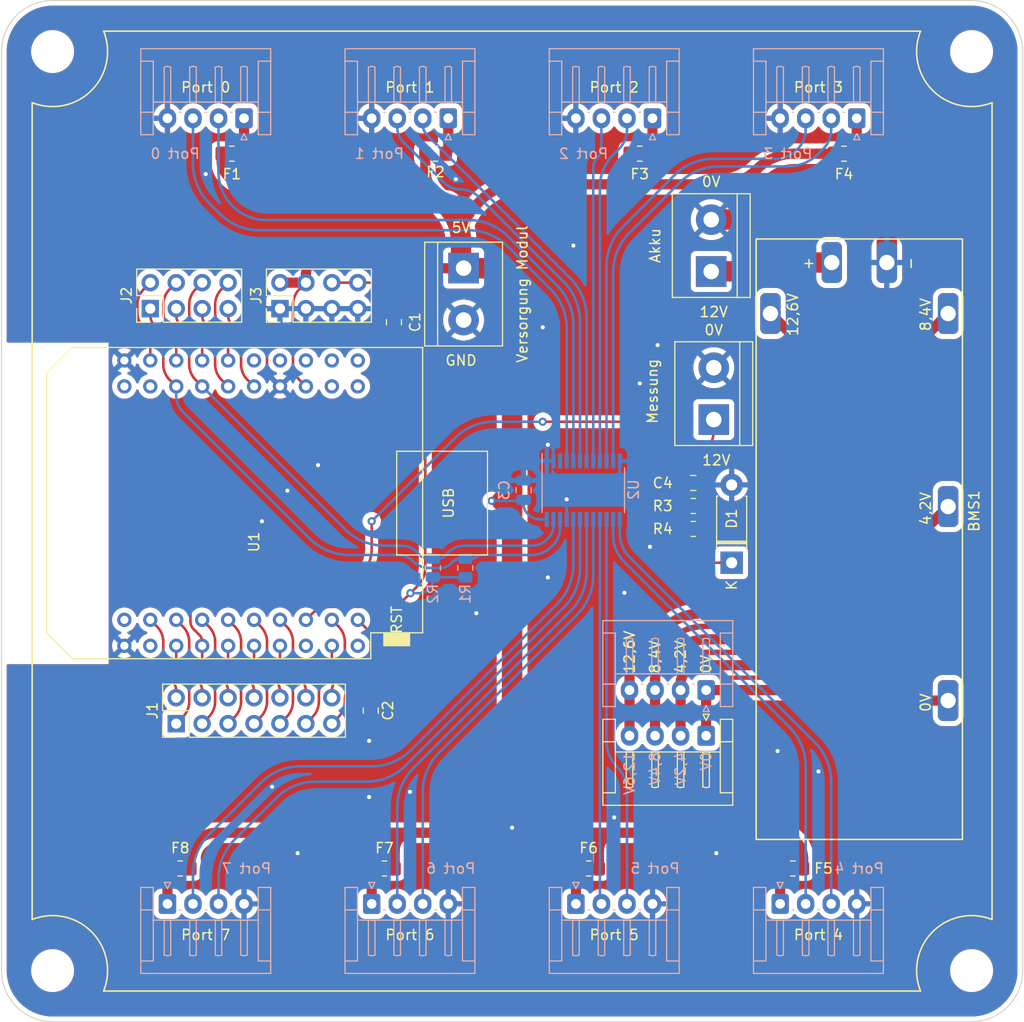
<source format=kicad_pcb>
(kicad_pcb (version 20211014) (generator pcbnew)
  (layers (0 "F.Cu" signal) (31 "B.Cu" signal) (34 "B.Paste" user) (35 "F.Paste" user) (36 "B.SilkS" user "B.Silkscreen") (37 "F.SilkS" user "F.Silkscreen") (38 "B.Mask" user) (39 "F.Mask" user) (44 "Edge.Cuts" user))
  (net 0 "")
  (net 1 "Net-(J4-Pad1)")
  (net 2 "Net-(J4-Pad2)")
  (net 3 "Net-(J4-Pad3)")
  (net 4 "Net-(J4-Pad4)")
  (net 5 "Net-(BMS1-Pad5)")
  (net 6 "+5V")
  (net 7 "+3.3V")
  (net 8 "Net-(F1-Pad2)")
  (net 9 "GND")
  (net 10 "Net-(F2-Pad2)")
  (net 11 "Net-(F3-Pad2)")
  (net 12 "Net-(F4-Pad2)")
  (net 13 "Net-(F5-Pad2)")
  (net 14 "Net-(F6-Pad2)")
  (net 15 "Net-(F7-Pad2)")
  (net 23 "Net-(F8-Pad2)")
  (net 24 "Net-(J13-Pad2)")
  (net 27 "Net-(J13-Pad3)")
  (net 29 "Net-(J14-Pad2)")
  (net 30 "Net-(J14-Pad3)")
  (net 31 "Net-(J15-Pad2)")
  (net 33 "Net-(J15-Pad3)")
  (net 34 "Net-(J16-Pad2)")
  (net 35 "Net-(J16-Pad3)")
  (net 36 "Net-(J17-Pad2)")
  (net 37 "Net-(J17-Pad3)")
  (net 38 "C1")
  (net 39 "C2")
  (net 40 "B1")
  (net 41 "A1")
  (net 42 "B2")
  (net 43 "A2")
  (net 46 "B3")
  (net 47 "A3")
  (net 49 "B4")
  (net 50 "A4")
  (net 51 "B5")
  (net 52 "A5")
  (net 53 "B6")
  (net 54 "A6")
  (net 55 "B7")
  (net 56 "A7")
  (net 57 "D1")
  (net 58 "D2")
  (net 59 "D3")
  (net 60 "C3")
  (net 61 "D4")
  (net 62 "C4")
  (net 63 "Net-(J10-Pad2)")
  (net 64 "Net-(J10-Pad3)")
  (net 65 "Net-(J11-Pad2)")
  (net 66 "Net-(J11-Pad3)")
  (net 67 "Net-(J12-Pad2)")
  (net 68 "Net-(J12-Pad3)")
  (net 69 "Net-(R4-Pad1)")
  (footprint "Resistor_SMD:R_0805_2012Metric" (layer "F.Cu") (at 167.75 109.5)
    (fp_text reference "R3")
    (fp_text value "10k")
  )
  (footprint "MountingHole:MountingHole_3.2mm_M3" (layer "F.Cu") (at 195 65)
    (fp_text reference "H2" hide)
    (fp_text value "MountingHole")
  )
  (footprint "Capacitor_SMD:C_0805_2012Metric" (layer "F.Cu") (at 167.75 107.25 180)
    (fp_text reference "C4")
    (fp_text value "1uF")
  )
  (footprint "Resistor_SMD:R_0805_2012Metric_Pad1.20x1.40mm_HandSolder" (layer "F.Cu") (at 142.5 75)
    (fp_text reference "F2")
    (fp_text value "Polyfuse")
  )
  (footprint "Connector_PinHeader_2.54mm:PinHeader_2x04_P2.54mm_Vertical" (layer "F.Cu") (at 114.57 90.17 90)
    (fp_text reference "J2")
    (fp_text value "Conn_02x04_Odd_Even")
  )
  (footprint "ESP32_mini:ESP32_mini" (layer "F.Cu") (at 123.46 109.22 90)
    (fp_text reference "U1")
    (fp_text value "mini_esp32")
  )
  (footprint "Resistor_SMD:R_0805_2012Metric_Pad1.20x1.40mm_HandSolder" (layer "F.Cu") (at 117.5 145 180)
    (fp_text reference "F8")
    (fp_text value "Polyfuse")
  )
  (footprint "MountingHole:MountingHole_3.2mm_M3" (layer "F.Cu") (at 105 65)
    (fp_text reference "H1" hide)
    (fp_text value "MountingHole")
  )
  (footprint "MountingHole:MountingHole_3.2mm_M3" (layer "F.Cu") (at 195 155)
    (fp_text reference "H3" hide)
    (fp_text value "MountingHole")
  )
  (footprint "TerminalBlock:TerminalBlock_bornier-2_P5.08mm" (layer "F.Cu") (at 169.75 101.04 90)
    (fp_text reference "J7" hide)
    (fp_text value "Conn_01x02")
  )
  (footprint "TerminalBlock:TerminalBlock_bornier-2_P5.08mm" (layer "F.Cu") (at 169.5 86.54 90)
    (fp_text reference "J6" hide)
    (fp_text value "Conn_01x02")
  )
  (footprint "Resistor_SMD:R_0805_2012Metric" (layer "F.Cu") (at 167.75 111.75 180)
    (fp_text reference "R4")
    (fp_text value "40k")
  )
  (footprint "Connector_PinHeader_2.54mm:PinHeader_2x04_P2.54mm_Vertical" (layer "F.Cu") (at 127.27 90.17 90)
    (fp_text reference "J3")
    (fp_text value "Conn_02x04_Odd_Even")
  )
  (footprint "Resistor_SMD:R_0805_2012Metric_Pad1.20x1.40mm_HandSolder" (layer "F.Cu") (at 137.5 145 180)
    (fp_text reference "F7")
    (fp_text value "Polyfuse")
  )
  (footprint "Resistor_SMD:R_0805_2012Metric_Pad1.20x1.40mm_HandSolder" (layer "F.Cu") (at 122.555 75)
    (fp_text reference "F1")
    (fp_text value "Polyfuse")
  )
  (footprint "MountingHole:MountingHole_3.2mm_M3" (layer "F.Cu") (at 105 155)
    (fp_text reference "H4" hide)
    (fp_text value "MountingHole")
  )
  (footprint "Capacitor_SMD:C_0805_2012Metric" (layer "F.Cu") (at 136.16 129.54 -90)
    (fp_text reference "C2")
    (fp_text value "100nF")
  )
  (footprint "Resistor_SMD:R_0805_2012Metric_Pad1.20x1.40mm_HandSolder" (layer "F.Cu") (at 157.5 145 180)
    (fp_text reference "F6")
    (fp_text value "Polyfuse")
  )
  (footprint "Resistor_SMD:R_0805_2012Metric_Pad1.20x1.40mm_HandSolder" (layer "F.Cu") (at 177.5 145 180)
    (fp_text reference "F5")
    (fp_text value "Polyfuse")
  )
  (footprint "Resistor_SMD:R_0805_2012Metric_Pad1.20x1.40mm_HandSolder" (layer "F.Cu") (at 182.5 75)
    (fp_text reference "F4")
    (fp_text value "Polyfuse")
  )
  (footprint "TerminalBlock:TerminalBlock_bornier-2_P5.08mm" (layer "F.Cu") (at 145.25 86.21 -90)
    (fp_text reference "J8" hide)
    (fp_text value "Conn_01x02")
  )
  (footprint "Resistor_SMD:R_0805_2012Metric_Pad1.20x1.40mm_HandSolder" (layer "F.Cu") (at 162.5 75)
    (fp_text reference "F3")
    (fp_text value "Polyfuse")
  )
  (footprint "Connector_JST:JST_EH_S4B-EH_1x04_P2.50mm_Horizontal" (layer "F.Cu") (at 169 132 180)
    (fp_text reference "J5" hide)
    (fp_text value "Conn_01x04")
  )
  (footprint "Diode_THT:D_DO-41_SOD81_P7.62mm_Horizontal" (layer "F.Cu") (at 171.5 115.06 90)
    (fp_text reference "D1")
    (fp_text value "3V")
  )
  (footprint "Connector_PinHeader_2.54mm:PinHeader_2x07_P2.54mm_Vertical" (layer "F.Cu") (at 117.105 130.815 90)
    (fp_text reference "J1")
    (fp_text value "Conn_02x07_Odd_Even")
  )
  (footprint "Custom Components:3S 20A BMS" (layer "F.Cu") (at 184 112.756 90)
    (fp_text reference "BMS1")
    (fp_text value "20A_3S_BMS_")
  )
  (footprint "Capacitor_SMD:C_0805_2012Metric" (layer "F.Cu") (at 138.43 91.5 90)
    (fp_text reference "C1")
    (fp_text value "100nF")
  )
  (footprint "Connector_JST:JST_EH_S4B-EH_1x04_P2.50mm_Horizontal" (layer "B.Cu") (at 116.25 148.4675)
    (fp_text reference "J17" hide)
    (fp_text value "Conn_01x04")
  )
  (footprint "Connector_JST:JST_EH_S4B-EH_1x04_P2.50mm_Horizontal" (layer "B.Cu") (at 169 127.5325 180)
    (fp_text reference "J4" hide)
    (fp_text value "Conn_01x04")
  )
  (footprint "Connector_JST:JST_EH_S4B-EH_1x04_P2.50mm_Horizontal" (layer "B.Cu") (at 176.25 148.4675)
    (fp_text reference "J14" hide)
    (fp_text value "Conn_01x04")
  )
  (footprint "Connector_JST:JST_EH_S4B-EH_1x04_P2.50mm_Horizontal" (layer "B.Cu") (at 156.25 148.4675)
    (fp_text reference "J15" hide)
    (fp_text value "Conn_01x04")
  )
  (footprint "Connector_JST:JST_EH_S4B-EH_1x04_P2.50mm_Horizontal" (layer "B.Cu") (at 136.25 148.4675)
    (fp_text reference "J16" hide)
    (fp_text value "Conn_01x04")
  )
  (footprint "Connector_JST:JST_EH_S4B-EH_1x04_P2.50mm_Horizontal" (layer "B.Cu") (at 143.75 71.5325 180)
    (fp_text reference "J11" hide)
    (fp_text value "Conn_01x04")
  )
  (footprint "Resistor_SMD:R_0805_2012Metric" (layer "B.Cu") (at 142.24 115.57 90)
    (fp_text reference "R2")
    (fp_text value "10k")
  )
  (footprint "Resistor_SMD:R_0805_2012Metric" (layer "B.Cu") (at 145.415 115.57 90)
    (fp_text reference "R1")
    (fp_text value "10k")
  )
  (footprint "Connector_JST:JST_EH_S4B-EH_1x04_P2.50mm_Horizontal" (layer "B.Cu") (at 163.75 71.5325 180)
    (fp_text reference "J12" hide)
    (fp_text value "Conn_01x04")
  )
  (footprint "Connector_JST:JST_EH_S4B-EH_1x04_P2.50mm_Horizontal" (layer "B.Cu") (at 183.75 71.5325 180)
    (fp_text reference "J13" hide)
    (fp_text value "Conn_01x04")
  )
  (footprint "Capacitor_SMD:C_0805_2012Metric" (layer "B.Cu") (at 151.13 107.95 90)
    (fp_text reference "C3")
    (fp_text value "100nF")
  )
  (footprint "Package_SO:TSSOP-24_4.4x7.8mm_P0.65mm" (layer "B.Cu") (at 156.972 107.95 -90)
    (fp_text reference "U2")
    (fp_text value "TCA9548APWR")
  )
  (footprint "Connector_JST:JST_EH_S4B-EH_1x04_P2.50mm_Horizontal" (layer "B.Cu") (at 123.75 71.5325 180)
    (fp_text reference "J10" hide)
    (fp_text value "Conn_01x04")
  )
  (gr_line (start 197 70) (end 197 150) (layer "F.SilkS") (width 0.15))
  (gr_line (start 190 157) (end 110 157) (layer "F.SilkS") (width 0.15))
  (gr_arc (start 190.000001 157) (mid 191.192114 151.192114) (end 197 150.000001) (layer "F.SilkS") (width 0.15))
  (gr_arc (start 109.999999 63) (mid 108.807886 68.807886) (end 103 69.999999) (layer "F.SilkS") (width 0.15))
  (gr_line (start 103 150) (end 103 70) (layer "F.SilkS") (width 0.15))
  (gr_arc (start 197 69.999999) (mid 191.192114 68.807886) (end 190.000001 63) (layer "F.SilkS") (width 0.15))
  (gr_arc (start 103 150.000001) (mid 108.807886 151.192114) (end 109.999999 157) (layer "F.SilkS") (width 0.15))
  (gr_line (start 110 63) (end 190 63) (layer "F.SilkS") (width 0.15))
  (gr_line (start 195 160) (end 105 160) (layer "Edge.Cuts") (width 0.1))
  (gr_arc (start 100 65) (mid 101.464466 61.464466) (end 105 60) (layer "Edge.Cuts") (width 0.1))
  (gr_line (start 200 65) (end 200 155) (layer "Edge.Cuts") (width 0.1))
  (gr_arc (start 200 155) (mid 198.535534 158.535534) (end 195 160) (layer "Edge.Cuts") (width 0.1))
  (gr_arc (start 105 160) (mid 101.464466 158.535534) (end 100 155) (layer "Edge.Cuts") (width 0.1))
  (gr_arc (start 195 60) (mid 198.535534 61.464466) (end 200 65) (layer "Edge.Cuts") (width 0.1))
  (gr_line (start 105 60) (end 195 60) (layer "Edge.Cuts") (width 0.1))
  (gr_line (start 100 155) (end 100 65) (layer "Edge.Cuts") (width 0.1))
  (gr_text "4,2V" (at 166.5 133.5 90) (layer "B.SilkS") (effects (font (size 1 1)) (justify left mirror)))
  (gr_text "Port 4" (at 184 145) (layer "B.SilkS") (effects (font (size 1 1)) (justify mirror)))
  (gr_text "Port 5" (at 164 145) (layer "B.SilkS") (effects (font (size 1 1)) (justify mirror)))
  (gr_text "8,4V" (at 164 133.5 90) (layer "B.SilkS") (effects (font (size 1 1)) (justify left mirror)))
  (gr_text "Port 7" (at 124 145) (layer "B.SilkS") (effects (font (size 1 1)) (justify mirror)))
  (gr_text "Port 1" (at 137 75) (layer "B.SilkS") (effects (font (size 1 1)) (justify mirror)))
  (gr_text "Port 3" (at 177 75) (layer "B.SilkS") (effects (font (size 1 1)) (justify mirror)))
  (gr_text "0V" (at 169 133.5 90) (layer "B.SilkS") (effects (font (size 1 1)) (justify left mirror)))
  (gr_text "Port 6" (at 144 145) (layer "B.SilkS") (effects (font (size 1 1)) (justify mirror)))
  (gr_text "Port 0" (at 117 75) (layer "B.SilkS") (effects (font (size 1 1)) (justify mirror)))
  (gr_text "Port 2" (at 157 75) (layer "B.SilkS") (effects (font (size 1 1)) (justify mirror)))
  (gr_text "12,6V" (at 161.5 133.5 90) (layer "B.SilkS") (effects (font (size 1 1)) (justify left mirror)))
  (gr_text "Port 3" (at 180 68.5) (layer "F.SilkS") (effects (font (size 1 1))))
  (gr_text "Port 6" (at 140 151.5) (layer "F.SilkS") (effects (font (size 1 1))))
  (gr_text "Messung" (at 163.75 98.2725 90) (layer "F.SilkS") (effects (font (size 1 1))))
  (gr_text "4,2V" (at 166.5 126 90) (layer "F.SilkS") (effects (font (size 1 1)) (justify left)))
  (gr_text "12,6V" (at 161.5 126 90) (layer "F.SilkS") (effects (font (size 1 1)) (justify left)))
  (gr_text "8,4V" (at 164 126 90) (layer "F.SilkS") (effects (font (size 1 1)) (justify left)))
  (gr_text "Port 4" (at 180 151.5) (layer "F.SilkS") (effects (font (size 1 1))))
  (gr_text "Port 1" (at 140 68.5) (layer "F.SilkS") (effects (font (size 1 1))))
  (gr_text "Port 2" (at 160 68.5) (layer "F.SilkS") (effects (font (size 1 1))))
  (gr_text "0V" (at 169.75 92.2725) (layer "F.SilkS") (effects (font (size 1 1))))
  (gr_text "Port 7" (at 120 151.5) (layer "F.SilkS") (effects (font (size 1 1))))
  (gr_text "Akku" (at 164 84 90) (layer "F.SilkS") (effects (font (size 1 1))))
  (gr_text "12V" (at 169.75 90.5) (layer "F.SilkS") (effects (font (size 1 1))))
  (gr_text "Port 0" (at 120 68.5) (layer "F.SilkS") (effects (font (size 1 1))))
  (gr_text "0V" (at 169.5 77.75) (layer "F.SilkS") (effects (font (size 1 1))))
  (gr_text "0V" (at 169 126 90) (layer "F.SilkS") (effects (font (size 1 1)) (justify left)))
  (gr_text "GND" (at 145 95.25) (layer "F.SilkS") (effects (font (size 1 1))))
  (gr_text "12V" (at 170 105.0225) (layer "F.SilkS") (effects (font (size 1 1))))
  (gr_text "5V" (at 145 82.25) (layer "F.SilkS") (effects (font (size 1 1))))
  (gr_text "Versorgung Modul" (at 151 88.75 90) (layer "F.SilkS") (effects (font (size 1 1))))
  (gr_text "Port 5" (at 160 151.5) (layer "F.SilkS") (effects (font (size 1 1))))
  (segment (start 176.338776 127.5325) (end 169 127.5325) (width 1) (layer "F.Cu") (net 1))
  (segment (start 178.809723 128.556) (end 192.7 128.556) (width 1) (layer "F.Cu") (net 1))
  (segment (start 169 127.5325) (end 169 132) (width 1) (layer "F.Cu") (net 1))
  (arc (start 177.57425 128.04425) (mid 177.007409 127.665499) (end 176.338776 127.5325) (width 1) (layer "F.Cu") (net 1))
  (arc (start 177.57425 128.04425) (mid 178.141089 128.423) (end 178.809723 128.556) (width 1) (layer "F.Cu") (net 1))
  (segment (start 166.958735 125.776264) (end 167.069999 125.664999) (width 1) (layer "F.Cu") (net 2))
  (segment (start 166.5 126.88375) (end 166.5 127.045937) (width 1) (layer "F.Cu") (net 2))
  (segment (start 166.5 128.18125) (end 166.5 132) (width 1) (layer "F.Cu") (net 2))
  (segment (start 178.754792 123.501207) (end 192.7 109.556) (width 1) (layer "F.Cu") (net 2))
  (segment (start 166.5 127.5325) (end 166.5 128.18125) (width 1) (layer "F.Cu") (net 2))
  (segment (start 166.5 127.5325) (end 166.5 127.370312) (width 1) (layer "F.Cu") (net 2))
  (segment (start 168.446101 125.095) (end 174.907036 125.095) (width 1) (layer "F.Cu") (net 2))
  (segment (start 166.5 127.045937) (end 166.5 127.370312) (width 1) (layer "F.Cu") (net 2))
  (arc (start 166.958735 125.776264) (mid 166.619221 126.284383) (end 166.5 126.88375) (width 1) (layer "F.Cu") (net 2))
  (arc (start 174.907036 125.095) (mid 176.989426 124.680786) (end 178.754792 123.501207) (width 1) (layer "F.Cu") (net 2))
  (arc (start 168.446101 125.095) (mid 167.70136 125.243137) (end 167.069999 125.664999) (width 1) (layer "F.Cu") (net 2))
  (segment (start 165.502499 124.057499) (end 164.697384 124.862615) (width 1) (layer "F.Cu") (net 3))
  (segment (start 186.055 99.554963) (end 186.055 110.141036) (width 1) (layer "F.Cu") (net 3))
  (segment (start 184.461207 113.988792) (end 177.488792 120.961207) (width 1) (layer "F.Cu") (net 3))
  (segment (start 164 126.54625) (end 164 127.5325) (width 1) (layer "F.Cu") (net 3))
  (segment (start 169.129855 122.555) (end 173.641036 122.555) (width 1) (layer "F.Cu") (net 3))
  (segment (start 164 127.5325) (end 164 132) (width 1) (layer "F.Cu") (net 3))
  (segment (start 187.648792 95.707207) (end 192.7 90.656) (width 1) (layer "F.Cu") (net 3))
  (arc (start 184.461207 113.988792) (mid 185.640786 112.223426) (end 186.055 110.141036) (width 1) (layer "F.Cu") (net 3))
  (arc (start 164 126.54625) (mid 164.181244 125.635073) (end 164.697384 124.862615) (width 1) (layer "F.Cu") (net 3))
  (arc (start 165.502499 124.057499) (mid 167.166744 122.945486) (end 169.129855 122.555) (width 1) (layer "F.Cu") (net 3))
  (arc (start 177.488792 120.961207) (mid 175.723426 122.140786) (end 173.641036 122.555) (width 1) (layer "F.Cu") (net 3))
  (arc (start 187.648792 95.707207) (mid 186.469213 97.472572) (end 186.055 99.554963) (width 1) (layer "F.Cu") (net 3))
  (segment (start 182.245 108.871036) (end 182.245 99.854963) (width 1) (layer "F.Cu") (net 4))
  (segment (start 161.5 127.5325) (end 161.5 132) (width 1) (layer "F.Cu") (net 4))
  (segment (start 180.651207 96.007207) (end 175.3 90.656) (width 1) (layer "F.Cu") (net 4))
  (segment (start 171.101036 120.015) (end 168.623963 120.015) (width 1) (layer "F.Cu") (net 4))
  (segment (start 161.5 127.5325) (end 161.5 126.20875) (width 1) (layer "F.Cu") (net 4))
  (segment (start 162.436032 123.948967) (end 164.776206 121.608792) (width 1) (layer "F.Cu") (net 4))
  (segment (start 174.948792 118.421207) (end 180.651207 112.718792) (width 1) (layer "F.Cu") (net 4))
  (arc (start 162.436032 123.948967) (mid 161.743266 124.985764) (end 161.5 126.20875) (width 1) (layer "F.Cu") (net 4))
  (arc (start 180.651207 112.718792) (mid 181.830786 110.953426) (end 182.245 108.871036) (width 1) (layer "F.Cu") (net 4))
  (arc (start 182.245 99.854963) (mid 181.830786 97.772572) (end 180.651207 96.007207) (width 1) (layer "F.Cu") (net 4))
  (arc (start 174.948792 118.421207) (mid 173.183426 119.600786) (end 171.101036 120.015) (width 1) (layer "F.Cu") (net 4))
  (arc (start 168.623963 120.015) (mid 166.541572 120.429213) (end 164.776206 121.608792) (width 1) (layer "F.Cu") (net 4))
  (segment (start 176.706708 85.656) (end 181.3 85.656) (width 2) (layer "F.Cu") (net 5))
  (segment (start 174.614791 86.5225) (end 169.7425 86.5225) (width 2) (layer "F.Cu") (net 5))
  (arc (start 175.66075 86.08925) (mid 176.140639 85.768598) (end 176.706708 85.656) (width 2) (layer "F.Cu") (net 5))
  (arc (start 175.66075 86.08925) (mid 175.18086 86.409901) (end 174.614791 86.5225) (width 2) (layer "F.Cu") (net 5))
  (segment (start 145.11 86.22) (end 145.22 86.22) (width 1) (layer "F.Cu") (net 6))
  (segment (start 128.54 92.47636) (end 128.54 89.798025) (width 0.25) (layer "F.Cu") (net 6))
  (segment (start 161.125 78) (end 160.375 78) (width 1) (layer "F.Cu") (net 6))
  (segment (start 145.11 86.22) (end 146.961349 86.22) (width 2) (layer "F.Cu") (net 6))
  (segment (start 138.5 143.25) (end 138.5 145) (width 1) (layer "F.Cu") (net 6))
  (segment (start 150 89.25865) (end 150 108) (width 2) (layer "F.Cu") (net 6))
  (segment (start 150 135.746036) (end 150 110) (width 2) (layer "F.Cu") (net 6))
  (segment (start 158.75 78) (end 156.25 78) (width 1) (layer "F.Cu") (net 6))
  (segment (start 129.175 97.155) (end 129.81 97.79) (width 0.25) (layer "F.Cu") (net 6))
  (segment (start 177.62132 75) (end 181.5 75) (width 1) (layer "F.Cu") (net 6))
  (segment (start 161.875 78) (end 161.625 78) (width 1) (layer "F.Cu") (net 6))
  (segment (start 151.906207 139.906207) (end 151.414212 139.414212) (width 1) (layer "F.Cu") (net 6))
  (segment (start 160.375 78) (end 159.625 78) (width 1) (layer "F.Cu") (net 6))
  (segment (start 129.537763 87.902236) (end 129.175 88.265) (width 0.25) (layer "F.Cu") (net 6))
  (segment (start 140 78) (end 124.021769 78) (width 1) (layer "F.Cu") (net 6))
  (segment (start 128.693639 92.45) (end 138.43 92.45) (width 0.25) (layer "F.Cu") (net 6))
  (segment (start 128.54 92.603639) (end 128.54 95.621974) (width 0.25) (layer "F.Cu") (net 6))
  (segment (start 129.81 86.86) (end 129.81 87.245) (width 1) (layer "F.Cu") (net 6))
  (segment (start 162.125 78) (end 162.5 78) (width 1) (layer "F.Cu") (net 6))
  (segment (start 145 83.753963) (end 145 86.11) (width 2) (layer "F.Cu") (net 6))
  (segment (start 143.585787 80.085787) (end 142.56066 79.06066) (width 1) (layer "F.Cu") (net 6))
  (segment (start 158.75 78) (end 159.625 78) (width 1) (layer "F.Cu") (net 6))
  (segment (start 132.601119 84.455) (end 135.911956 84.455) (width 1) (layer "F.Cu") (net 6))
  (segment (start 160.25 141.5) (end 156.75 141.5) (width 1) (layer "F.Cu") (net 6))
  (segment (start 130.354472 85.545527) (end 130.627499 85.272499) (width 1) (layer "F.Cu") (net 6))
  (segment (start 156.25 78) (end 150.753963 78) (width 1) (layer "F.Cu") (net 6))
  (segment (start 161.5 78) (end 161.5 75) (width 1) (layer "F.Cu") (net 6))
  (segment (start 118.5 144) (end 118.5 145) (width 1) (layer "F.Cu") (net 6))
  (segment (start 161.875 78) (end 162.125 78) (width 1) (layer "F.Cu") (net 6))
  (segment (start 162.125 78) (end 161.875 78) (width 1) (layer "F.Cu") (net 6))
  (segment (start 122.104775 77.104775) (end 122.2775 77.2775) (width 1) (layer "F.Cu") (net 6))
  (segment (start 148.093792 139.906206) (end 148.406207 139.593792) (width 1) (layer "F.Cu") (net 6))
  (segment (start 155.753963 141.5) (end 156.75 141.5) (width 1) (layer "F.Cu") (net 6))
  (segment (start 162.75 78) (end 163 78) (width 1) (layer "F.Cu") (net 6))
  (segment (start 144.89 86.22) (end 140.173043 86.22) (width 1) (layer "F.Cu") (net 6))
  (segment (start 162.75 78) (end 170.378679 78) (width 1) (layer "F.Cu") (net 6))
  (segment (start 158.5 143.25) (end 158.5 145) (width 1) (layer "F.Cu") (net 6))
  (segment (start 141.5 76.5) (end 141.5 75) (width 1) (layer "F.Cu") (net 6))
  (segment (start 144.246036 141.5) (end 140.25 141.5) (width 1) (layer "F.Cu") (net 6))
  (segment (start 175.939339 141.5) (end 160.25 141.5) (width 1) (layer "F.Cu") (net 6))
  (segment (start 177.792893 142.292893) (end 177.75 142.25) (width 1) (layer "F.Cu") (net 6))
  (segment (start 161.125 78) (end 161.625 78) (width 1) (layer "F.Cu") (net 6))
  (segment (start 162.125 78) (end 162.5 78) (width 1) (layer "F.Cu") (net 6))
  (segment (start 121.06066 141.5) (end 136.75 141.5) (width 1) (layer "F.Cu") (net 6))
  (segment (start 162.75 78) (end 162.5 78) (width 1) (layer "F.Cu") (net 6))
  (segment (start 128.54 92.47636) (end 128.54 92.603639) (width 0.25) (layer "F.Cu") (net 6))
  (segment (start 119.207106 142.292893) (end 119.249999 142.249999) (width 1) (layer "F.Cu") (net 6))
  (segment (start 148 109) (end 149 109) (width 0.25) (layer "F.Cu") (net 6))
  (segment (start 162.75 78) (end 162.5 78) (width 1) (layer "F.Cu") (net 6))
  (segment (start 129.425 87.63) (end 127.27 87.63) (width 1) (layer "F.Cu") (net 6))
  (segment (start 150 108) (end 150 110) (width 2) (layer "F.Cu") (net 6))
  (segment (start 146.593792 79.906207) (end 146.906206 79.593792) (width 1) (layer "F.Cu") (net 6))
  (segment (start 145.11 86.22) (end 144.89 86.22) (width 1) (layer "F.Cu") (net 6))
  (segment (start 178.5 144) (end 178.5 145) (width 1) (layer "F.Cu") (net 6))
  (segment (start 121.555 75.7775) (end 121.555 75) (width 1) (layer "F.Cu") (net 6))
  (segment (start 136.75 141.5) (end 140.25 141.5) (width 1) (layer "F.Cu") (net 6))
  (via (at 148 109) (size 0.8) (drill 0.4) (layers "F.Cu" "B.Cu") (net 6))
  (arc (start 119.207106 142.292893) (mid 118.68377 143.07612) (end 118.5 144) (width 1) (layer "F.Cu") (net 6))
  (arc (start 140 78) (mid 141.385819 78.275656) (end 142.56066 79.06066) (width 1) (layer "F.Cu") (net 6))
  (arc (start 140.173043 86.22) (mid 139.020001 85.990645) (end 138.0425 85.3375) (width 1) (layer "F.Cu") (net 6))
  (arc (start 144.89 86.22) (mid 144.967781 86.187781) (end 145 86.11) (width 1) (layer "F.Cu") (net 6))
  (arc (start 146.593792 79.906207) (mid 145.414213 81.671572) (end 145 83.753963) (width 1) (layer "F.Cu") (net 6))
  (arc (start 150 135.746036) (mid 150.367541 137.781755) (end 151.414212 139.414212) (width 2) (layer "F.Cu") (net 6))
  (arc (start 128.693639 92.45) (mid 128.634844 92.461695) (end 128.585 92.495) (width 0.25) (layer "F.Cu") (net 6))
  (arc (start 174 76.5) (mid 172.338523 77.610162) (end 170.378679 78) (width 1) (layer "F.Cu") (net 6))
  (arc (start 129.175 97.155) (mid 128.705031 96.451641) (end 128.54 95.621974) (width 0.25) (layer "F.Cu") (net 6))
  (arc (start 145.11 86.22) (mid 145.11 86.22) (end 145.11 86.22) (width 2) (layer "F.Cu") (net 6))
  (arc (start 132.601119 84.455) (mid 131.533003 84.667461) (end 130.627499 85.272499) (width 1) (layer "F.Cu") (net 6))
  (arc (start 148.406207 139.593792) (mid 149.947401 138.881023) (end 151.414212 139.414212) (width 1) (layer "F.Cu") (net 6))
  (arc (start 162.5 78) (mid 162.5 78) (end 162.5 78) (width 1) (layer "F.Cu") (net 6))
  (arc (start 149 109) (mid 149.707106 109.292893) (end 150 110) (width 2) (layer "F.Cu") (net 6))
  (arc (start 177.792893 142.292893) (mid 178.316228 143.07612) (end 178.5 144) (width 1) (layer "F.Cu") (net 6))
  (arc (start 155.753963 141.5) (mid 153.671572 141.085786) (end 151.906207 139.906207) (width 1) (layer "F.Cu") (net 6))
  (arc (start 122.2775 77.2775) (mid 123.077777 77.812228) (end 124.021769 78) (width 1) (layer "F.Cu") (net 6))
  (arc (start 128.585 92.495) (mid 128.556272 92.500714) (end 128.54 92.47636) (width 0.25) (layer "F.Cu") (net 6))
  (arc (start 145.11 86.22) (mid 145.032218 86.187781) (end 145 86.11) (width 2) (layer "F.Cu") (net 6))
  (arc (start 141.5 76.5) (mid 141.06066 77.56066) (end 140 78) (width 1) (layer "F.Cu") (net 6))
  (arc (start 129.537763 87.902236) (mid 129.572332 87.728444) (end 129.425 87.63) (width 0.25) (layer "F.Cu") (net 6))
  (arc (start 138.5 143.25) (mid 139.012563 142.012563) (end 140.25 141.5) (width 1) (layer "F.Cu") (net 6))
  (arc (start 145 83.753963) (mid 144.632458 81.718243) (end 143.585787 80.085787) (width 2) (layer "F.Cu") (net 6))
  (arc (start 160.25 141.5) (mid 159.012563 142.012563) (end 158.5 143.25) (width 1) (layer "F.Cu") (net 6))
  (arc (start 128.585 92.495) (mid 128.551695 92.544844) (end 128.54 92.603639) (width 0.25) (layer "F.Cu") (net 6))
  (arc (start 148.093792 139.906206) (mid 146.328426 141.085786) (end 144.246036 141.5) (width 1) (layer "F.Cu") (net 6))
  (arc (start 130.354472 85.545527) (mid 129.951503 86.148612) (end 129.81 86.86) (width 1) (layer "F.Cu") (net 6))
  (arc (start 122.104775 77.104775) (mid 121.697881 76.495816) (end 121.555 75.7775) (width 1) (layer "F.Cu") (net 6))
  (arc (start 121.06066 141.5) (mid 120.080737 141.694918) (end 119.249999 142.249999) (width 1) (layer "F.Cu") (net 6))
  (arc (start 150 108) (mid 149.707106 108.707106) (end 149 109) (width 0.25) (layer "F.Cu") (net 6))
  (arc (start 136.75 141.5) (mid 137.987436 142.012563) (end 138.5 143.25) (width 1) (layer "F.Cu") (net 6))
  (arc (start 135.911956 84.455) (mid 137.064998 84.684354) (end 138.0425 85.3375) (width 1) (layer "F.Cu") (net 6))
  (arc (start 162.75 78) (mid 162.75 78) (end 162.75 78) (width 1) (layer "F.Cu") (net 6))
  (arc (start 162.125 78) (mid 162.125 78) (end 162.125 78) (width 1) (layer "F.Cu") (net 6))
  (arc (start 150 135.746036) (mid 149.585786 137.828426) (end 148.406207 139.593792) (width 1) (layer "F.Cu") (net 6))
  (arc (start 146.593792 79.906207) (mid 145.052597 80.618975) (end 143.585787 80.085787) (width 1) (layer "F.Cu") (net 6))
  (arc (start 146.906206 79.593792) (mid 148.671572 78.414213) (end 150.753963 78) (width 1) (layer "F.Cu") (net 6))
  (arc (start 128.54 89.798025) (mid 128.705031 88.968357) (end 129.175 88.265) (width 0.25) (layer "F.Cu") (net 6))
  (arc (start 129.537763 87.902236) (mid 129.739247 87.600693) (end 129.81 87.245) (width 1) (layer "F.Cu") (net 6))
  (arc (start 174 76.5) (mid 175.661475 75.389837) (end 177.62132 75) (width 1) (layer "F.Cu") (net 6))
  (arc (start 129.425 87.63) (mid 129.697236 87.517236) (end 129.81 87.245) (width 1) (layer "F.Cu") (net 6))
  (arc (start 158.5 143.25) (mid 157.987436 142.012563) (end 156.75 141.5) (width 1) (layer "F.Cu") (net 6))
  (arc (start 141.5 76.5) (mid 141.775656 77.885819) (end 142.56066 79.06066) (width 1) (layer "F.Cu") (net 6))
  (arc (start 149.11 87.11) (mid 148.12419 86.451303) (end 146.961349 86.22) (width 2) (layer "F.Cu") (net 6))
  (arc (start 175.939339 141.5) (mid 176.919261 141.694918) (end 177.75 142.25) (width 1) (layer "F.Cu") (net 6))
  (arc (start 149.11 87.11) (mid 149.768696 88.095809) (end 150 89.25865) (width 2) (layer "F.Cu") (net 6))
  (segment (start 151.13 109.3775) (end 151.13 108.97071) (width 0.25) (layer "B.Cu") (net 6))
  (segment (start 151.467643 110.192643) (end 151.624521 110.349521) (width 0.25) (layer "B.Cu") (net 6))
  (segment (start 148 109) (end 150.959289 109) (width 0.25) (layer "B.Cu") (net 6))
  (segment (start 152.74225 110.8125) (end 153.397 110.8125) (width 0.25) (layer "B.Cu") (net 6))
  (arc (start 151.13 108.97071) (mid 151.111919 108.94365) (end 151.08 108.95) (width 0.25) (layer "B.Cu") (net 6))
  (arc (start 151.467643 110.192643) (mid 151.21775 109.818652) (end 151.13 109.3775) (width 0.25) (layer "B.Cu") (net 6))
  (arc (start 150.959289 109) (mid 151.024617 108.987005) (end 151.08 108.95) (width 0.25) (layer "B.Cu") (net 6))
  (arc (start 151.624521 110.349521) (mid 152.137339 110.692175) (end 152.74225 110.8125) (width 0.25) (layer "B.Cu") (net 6))
  (segment (start 136.16 126.628025) (end 136.16 128.59) (width 0.25) (layer "F.Cu") (net 7))
  (segment (start 140.04 118.04) (end 138.065 120.015) (width 0.25) (layer "F.Cu") (net 7))
  (segment (start 140.04 118.04) (end 140.77 117.31) (width 0.25) (layer "F.Cu") (net 7))
  (segment (start 130.445 120.015) (end 129.81 120.65) (width 0.25) (layer "F.Cu") (net 7))
  (segment (start 137.43 121.548025) (end 137.43 123.561974) (width 0.25) (layer "F.Cu") (net 7))
  (segment (start 141.5 92.529396) (end 141.5 115.547624) (width 0.25) (layer "F.Cu") (net 7))
  (segment (start 136.76 87.63) (end 134.89 87.63) (width 0.25) (layer "F.Cu") (net 7))
  (segment (start 139.952289 88.952289) (end 140.065 89.065) (width 0.25) (layer "F.Cu") (net 7))
  (segment (start 135.261974 119.38) (end 131.978025 119.38) (width 0.25) (layer "F.Cu") (net 7))
  (segment (start 134.89 87.63) (end 132.35 87.63) (width 0.25) (layer "F.Cu") (net 7))
  (via (at 140.04 118.04) (size 0.8) (drill 0.4) (layers "F.Cu" "B.Cu") (net 7))
  (arc (start 137.43 121.548025) (mid 137.264968 120.718357) (end 136.795 120.015) (width 0.25) (layer "F.Cu") (net 7))
  (arc (start 137.43 121.548025) (mid 137.595031 120.718357) (end 138.065 120.015) (width 0.25) (layer "F.Cu") (net 7))
  (arc (start 136.795 125.095) (mid 137.264968 124.391641) (end 137.43 123.561974) (width 0.25) (layer "F.Cu") (net 7))
  (arc (start 136.795 120.015) (mid 137.43 120.278025) (end 138.065 120.015) (width 0.25) (layer "F.Cu") (net 7))
  (arc (start 136.76 87.63) (mid 138.487654 87.973651) (end 139.952289 88.952289) (width 0.25) (layer "F.Cu") (net 7))
  (arc (start 136.795 125.095) (mid 136.325031 125.798357) (end 136.16 126.628025) (width 0.25) (layer "F.Cu") (net 7))
  (arc (start 141.5 115.547624) (mid 141.310279 116.501415) (end 140.77 117.31) (width 0.25) (layer "F.Cu") (net 7))
  (arc (start 141.5 92.529396) (mid 141.127055 90.654478) (end 140.065 89.065) (width 0.25) (layer "F.Cu") (net 7))
  (arc (start 130.445 120.015) (mid 131.148357 119.545031) (end 131.978025 119.38) (width 0.25) (layer "F.Cu") (net 7))
  (arc (start 135.261974 119.38) (mid 136.091641 119.545031) (end 136.795 120.015) (width 0.25) (layer "F.Cu") (net 7))
  (segment (start 142.24 116.87125) (end 142.24 116.676875) (width 0.25) (layer "B.Cu") (net 7))
  (segment (start 142.434375 116.4825) (end 145.415 116.4825) (width 0.25) (layer "B.Cu") (net 7))
  (segment (start 140.908456 118.04) (end 140.04 118.04) (width 0.25) (layer "B.Cu") (net 7))
  (segment (start 141.849999 117.649999) (end 141.965112 117.534887) (width 0.25) (layer "B.Cu") (net 7))
  (arc (start 142.24 116.87125) (mid 142.168558 117.230407) (end 141.965112 117.534887) (width 0.25) (layer "B.Cu") (net 7))
  (arc (start 140.908456 118.04) (mid 141.418015 117.938642) (end 141.849999 117.649999) (width 0.25) (layer "B.Cu") (net 7))
  (arc (start 142.434375 116.4825) (mid 142.296931 116.539431) (end 142.24 116.676875) (width 0.25) (layer "B.Cu") (net 7))
  (segment (start 123.75 74.667114) (end 123.75 71.5325) (width 1) (layer "F.Cu") (net 8))
  (segment (start 123.6525 74.9025) (end 123.555 75) (width 1) (layer "F.Cu") (net 8))
  (arc (start 123.75 74.667114) (mid 123.72466 74.794504) (end 123.6525 74.9025) (width 1) (layer "F.Cu") (net 8))
  (segment (start 126.635 97.155) (end 127.27 97.79) (width 0.25) (layer "F.Cu") (net 9))
  (segment (start 186.7 83.16241) (end 186.7 85.656) (width 2) (layer "F.Cu") (net 9))
  (segment (start 184.980089 81.4425) (end 169.7425 81.4425) (width 2) (layer "F.Cu") (net 9))
  (segment (start 127.27 91.811974) (end 127.27 90.17) (width 0.25) (layer "F.Cu") (net 9))
  (segment (start 126 95.621974) (end 126 94.878025) (width 0.25) (layer "F.Cu") (net 9))
  (via (at 153.5 103.5) (size 0.8) (drill 0.4) (layers "F.Cu" "B.Cu") (net 9))
  (via (at 129 143.5) (size 0.8) (drill 0.4) (layers "F.Cu" "B.Cu") (net 9))
  (via (at 126.5 137) (size 0.8) (drill 0.4) (layers "F.Cu" "B.Cu") (net 9))
  (via (at 163.5 113.5) (size 0.8) (drill 0.4) (layers "F.Cu" "B.Cu") (net 9))
  (via (at 128 108) (size 0.8) (drill 0.4) (layers "F.Cu" "B.Cu") (net 9))
  (via (at 156 84) (size 0.8) (drill 0.4) (layers "F.Cu" "B.Cu") (net 9))
  (via (at 164.25 93.75) (size 0.8) (drill 0.4) (layers "F.Cu" "B.Cu") (net 9))
  (via (at 125.5 111) (size 0.8) (drill 0.4) (layers "F.Cu" "B.Cu") (net 9))
  (via (at 119.995164 76.995164) (size 0.8) (drill 0.4) (layers "F.Cu" "B.Cu") (net 9))
  (via (at 161 118) (size 0.8) (drill 0.4) (layers "F.Cu" "B.Cu") (net 9))
  (via (at 131 105.5) (size 0.8) (drill 0.4) (layers "F.Cu" "B.Cu") (net 9))
  (via (at 162.5 97.5) (size 0.8) (drill 0.4) (layers "F.Cu" "B.Cu") (net 9))
  (via (at 180 135.5) (size 0.8) (drill 0.4) (layers "F.Cu" "B.Cu") (net 9))
  (via (at 136 138) (size 0.8) (drill 0.4) (layers "F.Cu" "B.Cu") (net 9))
  (via (at 155.347 108.847) (size 0.8) (drill 0.4) (layers "F.Cu" "B.Cu") (net 9))
  (via (at 136 132.5) (size 0.8) (drill 0.4) (layers "F.Cu" "B.Cu") (net 9))
  (via (at 150 141) (size 0.8) (drill 0.4) (layers "F.Cu" "B.Cu") (net 9))
  (via (at 160 140) (size 0.8) (drill 0.4) (layers "F.Cu" "B.Cu") (net 9))
  (via (at 153.5 116.5) (size 0.8) (drill 0.4) (layers "F.Cu" "B.Cu") (net 9))
  (via (at 146.5 120) (size 0.8) (drill 0.4) (layers "F.Cu" "B.Cu") (net 9))
  (via (at 170 143.5) (size 0.8) (drill 0.4) (layers "F.Cu" "B.Cu") (net 9))
  (via (at 176 133.5) (size 0.8) (drill 0.4) (layers "F.Cu" "B.Cu") (net 9))
  (via (at 140 137.5) (size 0.8) (drill 0.4) (layers "F.Cu" "B.Cu") (net 9))
  (via (at 153 92) (size 0.8) (drill 0.4) (layers "F.Cu" "B.Cu") (net 9))
  (via (at 144.488461 77.497582) (size 0.8) (drill 0.4) (layers "F.Cu" "B.Cu") (net 9))
  (arc (start 186.19625 81.94625) (mid 186.569079 82.504228) (end 186.7 83.16241) (width 2) (layer "F.Cu") (net 9))
  (arc (start 186.19625 81.94625) (mid 185.63827 81.57342) (end 184.980089 81.4425) (width 2) (layer "F.Cu") (net 9))
  (arc (start 126 95.621974) (mid 126.165031 96.451641) (end 126.635 97.155) (width 0.25) (layer "F.Cu") (net 9))
  (arc (start 126 94.878025) (mid 126.165031 94.048357) (end 126.635 93.345) (width 0.25) (layer "F.Cu") (net 9))
  (arc (start 126.635 93.345) (mid 127.104968 92.641641) (end 127.27 91.811974) (width 0.25) (layer "F.Cu") (net 9))
  (segment (start 153.966765 103.5) (end 153.5 103.5) (width 0.25) (layer "B.Cu") (net 9))
  (segment (start 155.347 108.847) (end 155.347 110.8125) (width 0.25) (layer "B.Cu") (net 9))
  (segment (start 154.337921 107.837921) (end 155.347 108.847) (width 0.25) (layer "B.Cu") (net 9))
  (segment (start 153.5 103.5) (end 153.4485 103.5515) (width 0.25) (layer "B.Cu") (net 9))
  (segment (start 159.14507 107.854929) (end 160.064222 106.935776) (width 0.25) (layer "B.Cu") (net 9))
  (segment (start 152.74225 105.0875) (end 153.397 105.0875) (width 0.25) (layer "B.Cu") (net 9))
  (segment (start 153.397 103.675831) (end 153.397 105.0875) (width 0.25) (layer "B.Cu") (net 9))
  (segment (start 151.467643 105.707356) (end 151.624521 105.550478) (width 0.25) (layer "B.Cu") (net 9))
  (segment (start 160.547 105.77025) (end 160.547 105.0875) (width 0.25) (layer "B.Cu") (net 9))
  (segment (start 151.13 106.76125) (end 151.13 106.5225) (width 0.25) (layer "B.Cu") (net 9))
  (segment (start 154.047 103.580234) (end 154.047 105.0875) (width 0.25) (layer "B.Cu") (net 9))
  (segment (start 152.315 107) (end 151.36875 107) (width 0.25) (layer "B.Cu") (net 9))
  (segment (start 156.75 108.847) (end 155.347 108.847) (width 0.25) (layer "B.Cu") (net 9))
  (arc (start 153.966765 103.5) (mid 153.997469 103.506107) (end 154.0235 103.5235) (width 0.25) (layer "B.Cu") (net 9))
  (arc (start 152.315 107) (mid 153.409797 107.217768) (end 154.337921 107.837921) (width 0.25) (layer "B.Cu") (net 9))
  (arc (start 151.36875 107) (mid 151.199928 106.930071) (end 151.13 106.76125) (width 0.25) (layer "B.Cu") (net 9))
  (arc (start 153.397 103.675831) (mid 153.410384 103.608543) (end 153.4485 103.5515) (width 0.25) (layer "B.Cu") (net 9))
  (arc (start 152.74225 105.0875) (mid 152.137339 105.207824) (end 151.624521 105.550478) (width 0.25) (layer "B.Cu") (net 9))
  (arc (start 151.467643 105.707356) (mid 151.21775 106.081347) (end 151.13 106.5225) (width 0.25) (layer "B.Cu") (net 9))
  (arc (start 159.14507 107.854929) (mid 158.046202 108.589169) (end 156.75 108.847) (width 0.25) (layer "B.Cu") (net 9))
  (arc (start 160.547 105.77025) (mid 160.42153 106.401028) (end 160.064222 106.935776) (width 0.25) (layer "B.Cu") (net 9))
  (arc (start 154.047 103.580234) (mid 154.040892 103.549529) (end 154.0235 103.5235) (width 0.25) (layer "B.Cu") (net 9))
  (segment (start 143.625 74.875) (end 143.5 75) (width 1) (layer "F.Cu") (net 10))
  (segment (start 143.75 74.573223) (end 143.75 71.5325) (width 1) (layer "F.Cu") (net 10))
  (arc (start 143.75 74.573223) (mid 143.717513 74.736543) (end 143.625 74.875) (width 1) (layer "F.Cu") (net 10))
  (segment (start 163.625 74.875) (end 163.5 75) (width 1) (layer "F.Cu") (net 11))
  (segment (start 163.75 74.573223) (end 163.75 71.5325) (width 1) (layer "F.Cu") (net 11))
  (arc (start 163.75 74.573223) (mid 163.717513 74.736543) (end 163.625 74.875) (width 1) (layer "F.Cu") (net 11))
  (segment (start 183.625 74.875) (end 183.5 75) (width 1) (layer "F.Cu") (net 12))
  (segment (start 183.75 74.573223) (end 183.75 71.5325) (width 1) (layer "F.Cu") (net 12))
  (arc (start 183.75 74.573223) (mid 183.717513 74.736543) (end 183.625 74.875) (width 1) (layer "F.Cu") (net 12))
  (segment (start 176.25 145.426776) (end 176.25 148.4675) (width 1) (layer "F.Cu") (net 13))
  (segment (start 176.375 145.125) (end 176.5 145) (width 1) (layer "F.Cu") (net 13))
  (arc (start 176.25 145.426776) (mid 176.282486 145.263456) (end 176.375 145.125) (width 1) (layer "F.Cu") (net 13))
  (segment (start 156.375 145.125) (end 156.5 145) (width 1) (layer "F.Cu") (net 14))
  (segment (start 156.25 145.426776) (end 156.25 148.4675) (width 1) (layer "F.Cu") (net 14))
  (arc (start 156.25 145.426776) (mid 156.282486 145.263456) (end 156.375 145.125) (width 1) (layer "F.Cu") (net 14))
  (segment (start 136.25 145.426776) (end 136.25 148.4675) (width 1) (layer "F.Cu") (net 15))
  (segment (start 136.375 145.125) (end 136.5 145) (width 1) (layer "F.Cu") (net 15))
  (arc (start 136.375 145.125) (mid 136.282486 145.263456) (end 136.25 145.426776) (width 1) (layer "F.Cu") (net 15))
  (segment (start 116.25 145.426776) (end 116.25 148.4675) (width 1) (layer "F.Cu") (net 23))
  (segment (start 116.375 145.125) (end 116.5 145) (width 1) (layer "F.Cu") (net 23))
  (arc (start 116.375 145.125) (mid 116.282486 145.263456) (end 116.25 145.426776) (width 1) (layer "F.Cu") (net 23))
  (segment (start 181.25 72.64125) (end 181.25 71.5325) (width 0.25) (layer "B.Cu") (net 24))
  (segment (start 166.406207 77.843792) (end 161.490792 82.759207) (width 0.25) (layer "B.Cu") (net 24))
  (segment (start 170.253963 76.25) (end 176.982233 76.25) (width 0.25) (layer "B.Cu") (net 24))
  (segment (start 180.465995 74.534004) (end 180 75) (width 0.25) (layer "B.Cu") (net 24))
  (segment (start 159.897 86.606963) (end 159.897 105.0875) (width 0.25) (layer "B.Cu") (net 24))
  (arc (start 170.253963 76.25) (mid 168.171572 76.664213) (end 166.406207 77.843792) (width 0.25) (layer "B.Cu") (net 24))
  (arc (start 180 75) (mid 178.615436 75.925135) (end 176.982233 76.25) (width 0.25) (layer "B.Cu") (net 24))
  (arc (start 181.25 72.64125) (mid 181.046243 73.665601) (end 180.465995 74.534004) (width 0.25) (layer "B.Cu") (net 24))
  (arc (start 161.490792 82.759207) (mid 160.311213 84.524572) (end 159.897 86.606963) (width 0.25) (layer "B.Cu") (net 24))
  (segment (start 159.247 86.006963) (end 159.247 105.0875) (width 0.25) (layer "B.Cu") (net 27))
  (segment (start 178.75 72.64125) (end 178.75 71.5325) (width 0.25) (layer "B.Cu") (net 27))
  (segment (start 175.762563 75.5) (end 169.753963 75.5) (width 0.25) (layer "B.Cu") (net 27))
  (segment (start 177.874999 74.624999) (end 177.965995 74.534004) (width 0.25) (layer "B.Cu") (net 27))
  (segment (start 165.906207 77.093792) (end 160.840792 82.159207) (width 0.25) (layer "B.Cu") (net 27))
  (arc (start 177.874999 74.624999) (mid 176.905805 75.272594) (end 175.762563 75.5) (width 0.25) (layer "B.Cu") (net 27))
  (arc (start 178.75 72.64125) (mid 178.546243 73.665601) (end 177.965995 74.534004) (width 0.25) (layer "B.Cu") (net 27))
  (arc (start 160.840792 82.159207) (mid 159.661213 83.924572) (end 159.247 86.006963) (width 0.25) (layer "B.Cu") (net 27))
  (arc (start 169.753963 75.5) (mid 167.671572 75.914213) (end 165.906207 77.093792) (width 0.25) (layer "B.Cu") (net 27))
  (segment (start 178.75 135.003963) (end 178.75 148.4675) (width 0.25) (layer "B.Cu") (net 29))
  (segment (start 159.897 112.35475) (end 159.897 110.8125) (width 0.25) (layer "B.Cu") (net 29))
  (segment (start 160.987535 114.987535) (end 177.156207 131.156207) (width 0.25) (layer "B.Cu") (net 29))
  (arc (start 160.987535 114.987535) (mid 160.18042 113.779603) (end 159.897 112.35475) (width 0.25) (layer "B.Cu") (net 29))
  (arc (start 178.75 135.003963) (mid 178.335786 132.921572) (end 177.156207 131.156207) (width 0.25) (layer "B.Cu") (net 29))
  (segment (start 181.25 136.503963) (end 181.25 148.4675) (width 0.25) (layer "B.Cu") (net 30))
  (segment (start 161.513791 114.513791) (end 179.656207 132.656207) (width 0.25) (layer "B.Cu") (net 30))
  (segment (start 160.547 112.17975) (end 160.547 110.8125) (width 0.25) (layer "B.Cu") (net 30))
  (arc (start 161.513791 114.513791) (mid 160.79826 113.442924) (end 160.547 112.17975) (width 0.25) (layer "B.Cu") (net 30))
  (arc (start 181.25 136.503963) (mid 180.835786 134.421572) (end 179.656207 132.656207) (width 0.25) (layer "B.Cu") (net 30))
  (segment (start 158.597 148.206312) (end 158.597 110.8125) (width 0.25) (layer "B.Cu") (net 31))
  (segment (start 158.6735 148.391) (end 158.75 148.4675) (width 0.25) (layer "B.Cu") (net 31))
  (arc (start 158.597 148.206312) (mid 158.616881 148.306264) (end 158.6735 148.391) (width 0.25) (layer "B.Cu") (net 31))
  (segment (start 159.247 132.580665) (end 159.247 110.8125) (width 0.25) (layer "B.Cu") (net 33))
  (segment (start 161.25 137.416334) (end 161.25 148.4675) (width 0.25) (layer "B.Cu") (net 33))
  (arc (start 159.247 132.580665) (mid 159.507281 133.889187) (end 160.2485 134.9985) (width 0.25) (layer "B.Cu") (net 33))
  (arc (start 161.25 137.416334) (mid 160.989718 136.107811) (end 160.2485 134.9985) (width 0.25) (layer "B.Cu") (net 33))
  (segment (start 140.343792 135.156207) (end 155.703207 119.796792) (width 0.25) (layer "B.Cu") (net 34))
  (segment (start 157.297 115.949036) (end 157.297 110.8125) (width 0.25) (layer "B.Cu") (net 34))
  (segment (start 138.75 139.003963) (end 138.75 148.4675) (width 0.25) (layer "B.Cu") (net 34))
  (arc (start 157.297 115.949036) (mid 156.882786 118.031426) (end 155.703207 119.796792) (width 0.25) (layer "B.Cu") (net 34))
  (arc (start 140.343792 135.156207) (mid 139.164213 136.921572) (end 138.75 139.003963) (width 0.25) (layer "B.Cu") (net 34))
  (segment (start 157.947 116.299036) (end 157.947 110.8125) (width 0.25) (layer "B.Cu") (net 35))
  (segment (start 141.25 137.503963) (end 141.25 148.4675) (width 0.25) (layer "B.Cu") (net 35))
  (segment (start 142.843792 133.656207) (end 156.353207 120.146792) (width 0.25) (layer "B.Cu") (net 35))
  (arc (start 142.843792 133.656207) (mid 141.664213 135.421572) (end 141.25 137.503963) (width 0.25) (layer "B.Cu") (net 35))
  (arc (start 157.947 116.299036) (mid 157.532786 118.381426) (end 156.353207 120.146792) (width 0.25) (layer "B.Cu") (net 35))
  (segment (start 154.403207 119.096792) (end 140.093792 133.406207) (width 0.25) (layer "B.Cu") (net 36))
  (segment (start 118.75 145.503963) (end 118.75 148.4675) (width 0.25) (layer "B.Cu") (net 36))
  (segment (start 136.246036 135) (end 129.253963 135) (width 0.25) (layer "B.Cu") (net 36))
  (segment (start 125.406207 136.593792) (end 120.343792 141.656207) (width 0.25) (layer "B.Cu") (net 36))
  (segment (start 155.997 115.249036) (end 155.997 110.8125) (width 0.25) (layer "B.Cu") (net 36))
  (arc (start 120.343792 141.656207) (mid 119.164213 143.421572) (end 118.75 145.503963) (width 0.25) (layer "B.Cu") (net 36))
  (arc (start 136.246036 135) (mid 138.328426 134.585786) (end 140.093792 133.406207) (width 0.25) (layer "B.Cu") (net 36))
  (arc (start 155.997 115.249036) (mid 155.582786 117.331426) (end 154.403207 119.096792) (width 0.25) (layer "B.Cu") (net 36))
  (arc (start 129.253963 135) (mid 127.171572 135.414213) (end 125.406207 136.593792) (width 0.25) (layer "B.Cu") (net 36))
  (segment (start 135.746036 136.5) (end 130.753963 136.5) (width 0.25) (layer "B.Cu") (net 37))
  (segment (start 121.25 146.003963) (end 121.25 148.4675) (width 0.25) (layer "B.Cu") (net 37))
  (segment (start 126.906207 138.093792) (end 122.843792 142.156207) (width 0.25) (layer "B.Cu") (net 37))
  (segment (start 139.593792 134.906207) (end 155.053207 119.446792) (width 0.25) (layer "B.Cu") (net 37))
  (segment (start 156.647 115.599036) (end 156.647 110.8125) (width 0.25) (layer "B.Cu") (net 37))
  (arc (start 156.647 115.599036) (mid 156.232786 117.681426) (end 155.053207 119.446792) (width 0.25) (layer "B.Cu") (net 37))
  (arc (start 122.843792 142.156207) (mid 121.664213 143.921572) (end 121.25 146.003963) (width 0.25) (layer "B.Cu") (net 37))
  (arc (start 139.593792 134.906207) (mid 137.828426 136.085786) (end 135.746036 136.5) (width 0.25) (layer "B.Cu") (net 37))
  (arc (start 126.906207 138.093792) (mid 128.671572 136.914213) (end 130.753963 136.5) (width 0.25) (layer "B.Cu") (net 37))
  (segment (start 116.475 97.155) (end 117.11 97.79) (width 0.25) (layer "F.Cu") (net 38))
  (segment (start 114.57 90.805) (end 114.57 90.17) (width 0.25) (layer "F.Cu") (net 38))
  (segment (start 115.019012 91.889012) (end 115.205 92.075) (width 0.25) (layer "F.Cu") (net 38))
  (segment (start 115.84 93.608025) (end 115.84 95.621974) (width 0.25) (layer "F.Cu") (net 38))
  (arc (start 114.57 90.805) (mid 114.686694 91.391663) (end 115.019012 91.889012) (width 0.25) (layer "F.Cu") (net 38))
  (arc (start 115.84 93.608025) (mid 115.674968 92.778357) (end 115.205 92.075) (width 0.25) (layer "F.Cu") (net 38))
  (arc (start 116.475 97.155) (mid 116.005031 96.451641) (end 115.84 95.621974) (width 0.25) (layer "F.Cu") (net 38))
  (segment (start 145.858917 114.6575) (end 145.427333 114.6575) (width 0.25) (layer "B.Cu") (net 38))
  (segment (start 154.6915 110.818) (end 154.697 110.8125) (width 0.25) (layer "B.Cu") (net 38))
  (segment (start 117.753467 100.253467) (end 130.206207 112.706207) (width 0.25) (layer "B.Cu") (net 38))
  (segment (start 117.11 98.7) (end 117.11 97.79) (width 0.25) (layer "B.Cu") (net 38))
  (segment (start 154.686 111.73625) (end 154.686 110.831278) (width 0.25) (layer "B.Cu") (net 38))
  (segment (start 151.867566 114.3) (end 146.93779 114.3) (width 0.25) (layer "B.Cu") (net 38))
  (segment (start 154.040588 113.294411) (end 153.8605 113.4745) (width 0.25) (layer "B.Cu") (net 38))
  (segment (start 145.072812 114.6575) (end 144.95875 114.6575) (width 0.25) (layer "B.Cu") (net 38))
  (segment (start 134.053963 114.3) (end 138.801974 114.3) (width 0.25) (layer "B.Cu") (net 38))
  (segment (start 141.868025 115.57) (end 142.944765 115.57) (width 0.25) (layer "B.Cu") (net 38))
  (segment (start 145.300937 114.6575) (end 145.427333 114.6575) (width 0.25) (layer "B.Cu") (net 38))
  (segment (start 144.04625 115.11375) (end 144.179882 114.980117) (width 0.25) (layer "B.Cu") (net 38))
  (segment (start 145.858917 114.6575) (end 146.074709 114.6575) (width 0.25) (layer "B.Cu") (net 38))
  (segment (start 145.300937 114.6575) (end 145.072812 114.6575) (width 0.25) (layer "B.Cu") (net 38))
  (arc (start 154.686 111.73625) (mid 154.518262 112.57952) (end 154.040588 113.294411) (width 0.25) (layer "B.Cu") (net 38))
  (arc (start 146.50625 114.47875) (mid 146.704242 114.346455) (end 146.93779 114.3) (width 0.25) (layer "B.Cu") (net 38))
  (arc (start 140.335 114.935) (mid 141.038357 115.404968) (end 141.868025 115.57) (width 0.25) (layer "B.Cu") (net 38))
  (arc (start 144.04625 115.11375) (mid 143.540884 115.451424) (end 142.944765 115.57) (width 0.25) (layer "B.Cu") (net 38))
  (arc (start 154.6915 110.818) (mid 154.687429 110.824092) (end 154.686 110.831278) (width 0.25) (layer "B.Cu") (net 38))
  (arc (start 151.867566 114.3) (mid 152.946134 114.085459) (end 153.8605 113.4745) (width 0.25) (layer "B.Cu") (net 38))
  (arc (start 144.95875 114.6575) (mid 144.537229 114.741345) (end 144.179882 114.980117) (width 0.25) (layer "B.Cu") (net 38))
  (arc (start 117.753467 100.253467) (mid 117.277231 99.54073) (end 117.11 98.7) (width 0.25) (layer "B.Cu") (net 38))
  (arc (start 140.335 114.935) (mid 139.631641 114.465031) (end 138.801974 114.3) (width 0.25) (layer "B.Cu") (net 38))
  (arc (start 146.50625 114.47875) (mid 146.308257 114.611044) (end 146.074709 114.6575) (width 0.25) (layer "B.Cu") (net 38))
  (arc (start 130.206207 112.706207) (mid 131.971572 113.885786) (end 134.053963 114.3) (width 0.25) (layer "B.Cu") (net 38))
  (segment (start 118.38 93.608025) (end 118.38 95.621974) (width 0.25) (layer "F.Cu") (net 39))
  (segment (start 117.11 90.805) (end 117.11 90.17) (width 0.25) (layer "F.Cu") (net 39))
  (segment (start 119.015 97.155) (end 119.65 97.79) (width 0.25) (layer "F.Cu") (net 39))
  (segment (start 117.559012 91.889012) (end 117.745 92.075) (width 0.25) (layer "F.Cu") (net 39))
  (arc (start 119.015 97.155) (mid 118.545031 96.451641) (end 118.38 95.621974) (width 0.25) (layer "F.Cu") (net 39))
  (arc (start 117.559012 91.889012) (mid 117.226694 91.391663) (end 117.11 90.805) (width 0.25) (layer "F.Cu") (net 39))
  (arc (start 118.38 93.608025) (mid 118.214968 92.778357) (end 117.745 92.075) (width 0.25) (layer "F.Cu") (net 39))
  (segment (start 141.897812 114.6575) (end 141.78375 114.6575) (width 0.25) (layer "B.Cu") (net 39))
  (segment (start 133.653707 111.793707) (end 119.65 97.79) (width 0.25) (layer "B.Cu") (net 39))
  (segment (start 142.125937 114.6575) (end 141.897812 114.6575) (width 0.25) (layer "B.Cu") (net 39))
  (segment (start 141.004882 114.334882) (end 140.6925 114.0225) (width 0.25) (layer "B.Cu") (net 39))
  (segment (start 137.501463 113.3875) (end 139.159474 113.3875) (width 0.25) (layer "B.Cu") (net 39))
  (segment (start 145.320525 113.3875) (end 151.925919 113.3875) (width 0.25) (layer "B.Cu") (net 39))
  (segment (start 142.354062 114.6575) (end 142.125937 114.6575) (width 0.25) (layer "B.Cu") (net 39))
  (segment (start 143.787499 114.022499) (end 143.475117 114.334882) (width 0.25) (layer "B.Cu") (net 39))
  (segment (start 142.582187 114.6575) (end 142.354062 114.6575) (width 0.25) (layer "B.Cu") (net 39))
  (segment (start 153.57589 112.616109) (end 153.42575 112.76625) (width 0.25) (layer "B.Cu") (net 39))
  (segment (start 142.582187 114.6575) (end 142.69625 114.6575) (width 0.25) (layer "B.Cu") (net 39))
  (segment (start 154.047 111.47875) (end 154.047 110.8125) (width 0.25) (layer "B.Cu") (net 39))
  (arc (start 151.925919 113.3875) (mid 152.737621 113.226042) (end 153.42575 112.76625) (width 0.25) (layer "B.Cu") (net 39))
  (arc (start 139.159474 113.3875) (mid 139.989141 113.552531) (end 140.6925 114.0225) (width 0.25) (layer "B.Cu") (net 39))
  (arc (start 133.653707 111.793707) (mid 135.419072 112.973286) (end 137.501463 113.3875) (width 0.25) (layer "B.Cu") (net 39))
  (arc (start 141.004882 114.334882) (mid 141.362229 114.573654) (end 141.78375 114.6575) (width 0.25) (layer "B.Cu") (net 39))
  (arc (start 143.787499 114.022499) (mid 144.490857 113.55253) (end 145.320525 113.3875) (width 0.25) (layer "B.Cu") (net 39))
  (arc (start 154.047 111.47875) (mid 153.924562 112.094284) (end 153.57589 112.616109) (width 0.25) (layer "B.Cu") (net 39))
  (arc (start 143.475117 114.334882) (mid 143.117769 114.573654) (end 142.69625 114.6575) (width 0.25) (layer "B.Cu") (net 39))
  (segment (start 115.84 124.831974) (end 115.84 122.818025) (width 0.25) (layer "F.Cu") (net 40))
  (segment (start 116.475 126.365) (end 116.660987 126.550987) (width 0.25) (layer "F.Cu") (net 40))
  (segment (start 115.205 121.285) (end 114.57 120.65) (width 0.25) (layer "F.Cu") (net 40))
  (segment (start 117.11 128.266464) (end 117.11 127.635) (width 0.25) (layer "F.Cu") (net 40))
  (segment (start 117.1075 128.2725) (end 117.105 128.275) (width 0.25) (layer "F.Cu") (net 40))
  (arc (start 115.205 121.285) (mid 115.674968 121.988357) (end 115.84 122.818025) (width 0.25) (layer "F.Cu") (net 40))
  (arc (start 116.475 126.365) (mid 116.005031 125.661641) (end 115.84 124.831974) (width 0.25) (layer "F.Cu") (net 40))
  (arc (start 117.1075 128.2725) (mid 117.10935 128.26973) (end 117.11 128.266464) (width 0.25) (layer "F.Cu") (net 40))
  (arc (start 116.660987 126.550987) (mid 116.993305 127.048336) (end 117.11 127.635) (width 0.25) (layer "F.Cu") (net 40))
  (segment (start 117.11 124.831974) (end 117.11 123.19) (width 0.25) (layer "F.Cu") (net 41))
  (segment (start 118.38 127.898025) (end 118.38 128.638438) (width 0.25) (layer "F.Cu") (net 41))
  (segment (start 117.7425 130.1775) (end 117.105 130.815) (width 0.25) (layer "F.Cu") (net 41))
  (arc (start 117.745 126.365) (mid 117.275031 125.661641) (end 117.11 124.831974) (width 0.25) (layer "F.Cu") (net 41))
  (arc (start 118.38 127.898025) (mid 118.214968 127.068357) (end 117.745 126.365) (width 0.25) (layer "F.Cu") (net 41))
  (arc (start 117.7425 130.1775) (mid 118.214319 129.471372) (end 118.38 128.638438) (width 0.25) (layer "F.Cu") (net 41))
  (segment (start 119.200987 126.550987) (end 119.015 126.365) (width 0.25) (layer "F.Cu") (net 42))
  (segment (start 118.38 124.831974) (end 118.38 122.818025) (width 0.25) (layer "F.Cu") (net 42))
  (segment (start 119.6475 128.2725) (end 119.645 128.275) (width 0.25) (layer "F.Cu") (net 42))
  (segment (start 119.65 128.266464) (end 119.65 127.635) (width 0.25) (layer "F.Cu") (net 42))
  (segment (start 117.745 121.285) (end 117.11 120.65) (width 0.25) (layer "F.Cu") (net 42))
  (arc (start 118.38 122.818025) (mid 118.214968 121.988357) (end 117.745 121.285) (width 0.25) (layer "F.Cu") (net 42))
  (arc (start 118.38 124.831974) (mid 118.545031 125.661641) (end 119.015 126.365) (width 0.25) (layer "F.Cu") (net 42))
  (arc (start 119.6475 128.2725) (mid 119.64935 128.26973) (end 119.65 128.266464) (width 0.25) (layer "F.Cu") (net 42))
  (arc (start 119.200987 126.550987) (mid 119.533305 127.048336) (end 119.65 127.635) (width 0.25) (layer "F.Cu") (net 42))
  (segment (start 166.8 107.25) (end 166.8 106.025) (width 0.25) (layer "F.Cu") (net 43))
  (segment (start 118.812087 121.562087) (end 119.370692 122.120692) (width 0.25) (layer "F.Cu") (net 43))
  (segment (start 119.65 122.795) (end 119.65 122.9925) (width 0.25) (layer "F.Cu") (net 43))
  (segment (start 119.65 122.9925) (end 119.65 123.3875) (width 0.25) (layer "F.Cu") (net 43))
  (segment (start 119.65 124.831974) (end 119.65 123.3875) (width 0.25) (layer "F.Cu") (net 43))
  (segment (start 166.8375 111.776516) (end 166.8375 112.41875) (width 0.25) (layer "F.Cu") (net 43))
  (segment (start 132.409009 117.5) (end 121.487436 117.5) (width 0.25) (layer "F.Cu") (net 43))
  (segment (start 120.2825 130.1775) (end 119.645 130.815) (width 0.25) (layer "F.Cu") (net 43))
  (segment (start 119.207106 118.542893) (end 119.374999 118.374999) (width 0.25) (layer "F.Cu") (net 43))
  (segment (start 120.92 127.898025) (end 120.92 128.638438) (width 0.25) (layer "F.Cu") (net 43))
  (segment (start 170.155 115.06) (end 171.5 115.06) (width 0.25) (layer "F.Cu") (net 43))
  (segment (start 118.5 120.808642) (end 118.5 120.25) (width 0.25) (layer "F.Cu") (net 43))
  (segment (start 136.25 111) (end 136.25 113.659009) (width 0.25) (layer "F.Cu") (net 43))
  (segment (start 165.933794 103.933794) (end 164 102) (width 0.25) (layer "F.Cu") (net 43))
  (segment (start 167.310377 113.560377) (end 167.858941 114.108941) (width 0.25) (layer "F.Cu") (net 43))
  (segment (start 162.189352 101.25) (end 153 101.25) (width 0.25) (layer "F.Cu") (net 43))
  (segment (start 166.8 107.25) (end 166.8 111.685983) (width 0.25) (layer "F.Cu") (net 43))
  (via (at 136.25 111) (size 0.8) (drill 0.4) (layers "F.Cu" "B.Cu") (net 43))
  (via (at 153 101.25) (size 0.8) (drill 0.4) (layers "F.Cu" "B.Cu") (net 43))
  (arc (start 166.8375 111.776516) (mid 166.832627 111.752018) (end 166.81875 111.73125) (width 0.25) (layer "F.Cu") (net 43))
  (arc (start 119.65 122.795) (mid 119.57741 122.430067) (end 119.370692 122.120692) (width 0.25) (layer "F.Cu") (net 43))
  (arc (start 170.155 115.06) (mid 168.912381 114.812827) (end 167.858941 114.108941) (width 0.25) (layer "F.Cu") (net 43))
  (arc (start 132.409009 117.5) (mid 133.878892 117.207622) (end 135.125 116.375) (width 0.25) (layer "F.Cu") (net 43))
  (arc (start 120.285 126.365) (mid 120.754968 127.068357) (end 120.92 127.898025) (width 0.25) (layer "F.Cu") (net 43))
  (arc (start 162.189352 101.25) (mid 163.169262 101.444915) (end 164 102) (width 0.25) (layer "F.Cu") (net 43))
  (arc (start 119.207106 118.542893) (mid 118.68377 119.32612) (end 118.5 120.25) (width 0.25) (layer "F.Cu") (net 43))
  (arc (start 121.487436 117.5) (mid 120.344193 117.727404) (end 119.374999 118.374999) (width 0.25) (layer "F.Cu") (net 43))
  (arc (start 120.2825 130.1775) (mid 120.754319 129.471372) (end 120.92 128.638438) (width 0.25) (layer "F.Cu") (net 43))
  (arc (start 120.285 126.365) (mid 119.815031 125.661641) (end 119.65 124.831974) (width 0.25) (layer "F.Cu") (net 43))
  (arc (start 166.8 111.685983) (mid 166.804872 111.710481) (end 166.81875 111.73125) (width 0.25) (layer "F.Cu") (net 43))
  (arc (start 165.933794 103.933794) (mid 166.57488 104.893247) (end 166.8 106.025) (width 0.25) (layer "F.Cu") (net 43))
  (arc (start 118.812087 121.562087) (mid 118.581109 121.216403) (end 118.5 120.808642) (width 0.25) (layer "F.Cu") (net 43))
  (arc (start 136.25 113.659009) (mid 135.957622 115.128892) (end 135.125 116.375) (width 0.25) (layer "F.Cu") (net 43))
  (arc (start 167.310377 113.560377) (mid 166.960396 113.036594) (end 166.8375 112.41875) (width 0.25) (layer "F.Cu") (net 43))
  (segment (start 136.25 111) (end 144.406207 102.843792) (width 0.25) (layer "B.Cu") (net 43))
  (segment (start 148.253963 101.25) (end 153 101.25) (width 0.25) (layer "B.Cu") (net 43))
  (arc (start 148.253963 101.25) (mid 146.171572 101.664213) (end 144.406207 102.843792) (width 0.25) (layer "B.Cu") (net 43))
  (segment (start 122.19 127.635) (end 122.19 128.266464) (width 0.25) (layer "F.Cu") (net 46))
  (segment (start 122.1875 128.2725) (end 122.185 128.275) (width 0.25) (layer "F.Cu") (net 46))
  (segment (start 120.92 124.831974) (end 120.92 122.818025) (width 0.25) (layer "F.Cu") (net 46))
  (segment (start 121.740987 126.550987) (end 121.555 126.365) (width 0.25) (layer "F.Cu") (net 46))
  (segment (start 120.285 121.285) (end 119.65 120.65) (width 0.25) (layer "F.Cu") (net 46))
  (arc (start 121.740987 126.550987) (mid 122.073305 127.048336) (end 122.19 127.635) (width 0.25) (layer "F.Cu") (net 46))
  (arc (start 122.19 128.266464) (mid 122.18935 128.26973) (end 122.1875 128.2725) (width 0.25) (layer "F.Cu") (net 46))
  (arc (start 120.92 122.818025) (mid 120.754968 121.988357) (end 120.285 121.285) (width 0.25) (layer "F.Cu") (net 46))
  (arc (start 120.92 124.831974) (mid 121.085031 125.661641) (end 121.555 126.365) (width 0.25) (layer "F.Cu") (net 46))
  (segment (start 123.46 127.898025) (end 123.46 128.638438) (width 0.25) (layer "F.Cu") (net 47))
  (segment (start 122.8225 130.1775) (end 122.185 130.815) (width 0.25) (layer "F.Cu") (net 47))
  (segment (start 122.19 124.831974) (end 122.19 123.19) (width 0.25) (layer "F.Cu") (net 47))
  (arc (start 122.8225 130.1775) (mid 123.294319 129.471372) (end 123.46 128.638438) (width 0.25) (layer "F.Cu") (net 47))
  (arc (start 123.46 127.898025) (mid 123.294968 127.068357) (end 122.825 126.365) (width 0.25) (layer "F.Cu") (net 47))
  (arc (start 122.825 126.365) (mid 122.355031 125.661641) (end 122.19 124.831974) (width 0.25) (layer "F.Cu") (net 47))
  (segment (start 122.825 121.285) (end 122.19 120.65) (width 0.25) (layer "F.Cu") (net 49))
  (segment (start 124.73 128.266464) (end 124.73 127.635) (width 0.25) (layer "F.Cu") (net 49))
  (segment (start 123.46 122.818025) (end 123.46 124.831974) (width 0.25) (layer "F.Cu") (net 49))
  (segment (start 124.280987 126.550987) (end 124.095 126.365) (width 0.25) (layer "F.Cu") (net 49))
  (segment (start 124.7275 128.2725) (end 124.725 128.275) (width 0.25) (layer "F.Cu") (net 49))
  (arc (start 124.095 126.365) (mid 123.625031 125.661641) (end 123.46 124.831974) (width 0.25) (layer "F.Cu") (net 49))
  (arc (start 123.46 122.818025) (mid 123.294968 121.988357) (end 122.825 121.285) (width 0.25) (layer "F.Cu") (net 49))
  (arc (start 124.280987 126.550987) (mid 124.613305 127.048336) (end 124.73 127.635) (width 0.25) (layer "F.Cu") (net 49))
  (arc (start 124.7275 128.2725) (mid 124.72935 128.26973) (end 124.73 128.266464) (width 0.25) (layer "F.Cu") (net 49))
  (segment (start 125.3625 130.1775) (end 124.725 130.815) (width 0.25) (layer "F.Cu") (net 50))
  (segment (start 124.73 124.831974) (end 124.73 123.19) (width 0.25) (layer "F.Cu") (net 50))
  (segment (start 126 127.898025) (end 126 128.638438) (width 0.25) (layer "F.Cu") (net 50))
  (arc (start 125.365 126.365) (mid 125.834968 127.068357) (end 126 127.898025) (width 0.25) (layer "F.Cu") (net 50))
  (arc (start 125.365 126.365) (mid 124.895031 125.661641) (end 124.73 124.831974) (width 0.25) (layer "F.Cu") (net 50))
  (arc (start 125.3625 130.1775) (mid 125.834319 129.471372) (end 126 128.638438) (width 0.25) (layer "F.Cu") (net 50))
  (segment (start 126 122.818025) (end 126 124.835509) (width 0.25) (layer "F.Cu") (net 51))
  (segment (start 125.365 121.285) (end 124.73 120.65) (width 0.25) (layer "F.Cu") (net 51))
  (segment (start 126.812451 126.542451) (end 126.6325 126.3625) (width 0.25) (layer "F.Cu") (net 51))
  (segment (start 127.265 127.635) (end 127.265 128.275) (width 0.25) (layer "F.Cu") (net 51))
  (arc (start 126.6325 126.3625) (mid 126.164381 125.66191) (end 126 124.835509) (width 0.25) (layer "F.Cu") (net 51))
  (arc (start 126.812451 126.542451) (mid 127.147386 127.043716) (end 127.265 127.635) (width 0.25) (layer "F.Cu") (net 51))
  (arc (start 126 122.818025) (mid 125.834968 121.988357) (end 125.365 121.285) (width 0.25) (layer "F.Cu") (net 51))
  (segment (start 127.9025 130.1775) (end 127.265 130.815) (width 0.25) (layer "F.Cu") (net 52))
  (segment (start 127.27 124.831974) (end 127.27 123.19) (width 0.25) (layer "F.Cu") (net 52))
  (segment (start 128.54 127.898025) (end 128.54 128.638438) (width 0.25) (layer "F.Cu") (net 52))
  (arc (start 127.905 126.365) (mid 127.435031 125.661641) (end 127.27 124.831974) (width 0.25) (layer "F.Cu") (net 52))
  (arc (start 127.9025 130.1775) (mid 128.374319 129.471372) (end 128.54 128.638438) (width 0.25) (layer "F.Cu") (net 52))
  (arc (start 128.54 127.898025) (mid 128.374968 127.068357) (end 127.905 126.365) (width 0.25) (layer "F.Cu") (net 52))
  (segment (start 129.352451 126.542451) (end 129.1725 126.3625) (width 0.25) (layer "F.Cu") (net 53))
  (segment (start 129.805 127.635) (end 129.805 128.275) (width 0.25) (layer "F.Cu") (net 53))
  (segment (start 128.54 122.818025) (end 128.54 124.835509) (width 0.25) (layer "F.Cu") (net 53))
  (segment (start 127.905 121.285) (end 127.27 120.65) (width 0.25) (layer "F.Cu") (net 53))
  (arc (start 128.54 124.835509) (mid 128.704381 125.66191) (end 129.1725 126.3625) (width 0.25) (layer "F.Cu") (net 53))
  (arc (start 129.352451 126.542451) (mid 129.687386 127.043716) (end 129.805 127.635) (width 0.25) (layer "F.Cu") (net 53))
  (arc (start 128.54 122.818025) (mid 128.374968 121.988357) (end 127.905 121.285) (width 0.25) (layer "F.Cu") (net 53))
  (segment (start 131.08 128.638438) (end 131.08 127.898025) (width 0.25) (layer "F.Cu") (net 54))
  (segment (start 130.4425 130.1775) (end 129.805 130.815) (width 0.25) (layer "F.Cu") (net 54))
  (segment (start 132.35 124.831974) (end 132.35 123.19) (width 0.25) (layer "F.Cu") (net 54))
  (arc (start 131.08 127.898025) (mid 131.245031 127.068357) (end 131.715 126.365) (width 0.25) (layer "F.Cu") (net 54))
  (arc (start 132.35 124.831974) (mid 132.184968 125.661641) (end 131.715 126.365) (width 0.25) (layer "F.Cu") (net 54))
  (arc (start 131.08 128.638438) (mid 130.914319 129.471372) (end 130.4425 130.1775) (width 0.25) (layer "F.Cu") (net 54))
  (segment (start 132.794012 126.555987) (end 132.982499 126.367499) (width 0.25) (layer "F.Cu") (net 55))
  (segment (start 132.985 121.285) (end 132.35 120.65) (width 0.25) (layer "F.Cu") (net 55))
  (segment (start 133.62 124.828438) (end 133.62 122.818025) (width 0.25) (layer "F.Cu") (net 55))
  (segment (start 132.345 127.64) (end 132.345 128.275) (width 0.25) (layer "F.Cu") (net 55))
  (arc (start 133.62 124.828438) (mid 133.454318 125.661372) (end 132.982499 126.367499) (width 0.25) (layer "F.Cu") (net 55))
  (arc (start 132.985 121.285) (mid 133.454968 121.988357) (end 133.62 122.818025) (width 0.25) (layer "F.Cu") (net 55))
  (arc (start 132.345 127.64) (mid 132.461694 127.053336) (end 132.794012 126.555987) (width 0.25) (layer "F.Cu") (net 55))
  (segment (start 132.9825 130.1775) (end 132.345 130.815) (width 0.25) (layer "F.Cu") (net 56))
  (segment (start 135.525 121.285) (end 134.89 120.65) (width 0.25) (layer "F.Cu") (net 56))
  (segment (start 136.16 123.19) (end 136.16 122.818025) (width 0.25) (layer "F.Cu") (net 56))
  (segment (start 135.261974 125.358025) (end 134.778542 125.841457) (width 0.25) (layer "F.Cu") (net 56))
  (arc (start 135.261974 125.358025) (mid 135.92661 124.363326) (end 136.16 123.19) (width 0.25) (layer "F.Cu") (net 56))
  (arc (start 133.62 128.638438) (mid 133.921096 127.124716) (end 134.778542 125.841457) (width 0.25) (layer "F.Cu") (net 56))
  (arc (start 135.525 121.285) (mid 135.994968 121.988357) (end 136.16 122.818025) (width 0.25) (layer "F.Cu") (net 56))
  (arc (start 132.9825 130.1775) (mid 133.454319 129.471372) (end 133.62 128.638438) (width 0.25) (layer "F.Cu") (net 56))
  (segment (start 113.3 89.798025) (end 113.3 90.541974) (width 0.25) (layer "F.Cu") (net 57))
  (segment (start 114.57 93.608025) (end 114.57 95.25) (width 0.25) (layer "F.Cu") (net 57))
  (segment (start 113.935 88.265) (end 114.57 87.63) (width 0.25) (layer "F.Cu") (net 57))
  (arc (start 113.935 92.075) (mid 114.404968 92.778357) (end 114.57 93.608025) (width 0.25) (layer "F.Cu") (net 57))
  (arc (start 113.935 88.265) (mid 113.465031 88.968357) (end 113.3 89.798025) (width 0.25) (layer "F.Cu") (net 57))
  (arc (start 113.935 92.075) (mid 113.465031 91.371641) (end 113.3 90.541974) (width 0.25) (layer "F.Cu") (net 57))
  (segment (start 117.11 93.608025) (end 117.11 95.25) (width 0.25) (layer "F.Cu") (net 58))
  (segment (start 115.84 89.798025) (end 115.84 90.541974) (width 0.25) (layer "F.Cu") (net 58))
  (segment (start 116.475 88.265) (end 117.11 87.63) (width 0.25) (layer "F.Cu") (net 58))
  (arc (start 116.475 92.075) (mid 116.944968 92.778357) (end 117.11 93.608025) (width 0.25) (layer "F.Cu") (net 58))
  (arc (start 115.84 89.798025) (mid 116.005031 88.968357) (end 116.475 88.265) (width 0.25) (layer "F.Cu") (net 58))
  (arc (start 116.475 92.075) (mid 116.005031 91.371641) (end 115.84 90.541974) (width 0.25) (layer "F.Cu") (net 58))
  (segment (start 119.65 93.608025) (end 119.65 95.25) (width 0.25) (layer "F.Cu") (net 59))
  (segment (start 119.015 88.265) (end 119.65 87.63) (width 0.25) (layer "F.Cu") (net 59))
  (segment (start 118.38 89.798025) (end 118.38 90.541974) (width 0.25) (layer "F.Cu") (net 59))
  (arc (start 119.015 92.075) (mid 119.484968 92.778357) (end 119.65 93.608025) (width 0.25) (layer "F.Cu") (net 59))
  (arc (start 119.015 92.075) (mid 118.545031 91.371641) (end 118.38 90.541974) (width 0.25) (layer "F.Cu") (net 59))
  (arc (start 119.015 88.265) (mid 118.545031 88.968357) (end 118.38 89.798025) (width 0.25) (layer "F.Cu") (net 59))
  (segment (start 121.555 97.155) (end 122.19 97.79) (width 0.25) (layer "F.Cu") (net 60))
  (segment (start 119.65 90.805) (end 119.65 90.17) (width 0.25) (layer "F.Cu") (net 60))
  (segment (start 120.099012 91.889012) (end 120.285 92.075) (width 0.25) (layer "F.Cu") (net 60))
  (segment (start 120.92 95.621974) (end 120.92 93.608025) (width 0.25) (layer "F.Cu") (net 60))
  (arc (start 119.65 90.805) (mid 119.766694 91.391663) (end 120.099012 91.889012) (width 0.25) (layer "F.Cu") (net 60))
  (arc (start 120.92 93.608025) (mid 120.754968 92.778357) (end 120.285 92.075) (width 0.25) (layer "F.Cu") (net 60))
  (arc (start 120.92 95.621974) (mid 121.085031 96.451641) (end 121.555 97.155) (width 0.25) (layer "F.Cu") (net 60))
  (segment (start 122.19 93.608025) (end 122.19 95.25) (width 0.25) (layer "F.Cu") (net 61))
  (segment (start 120.92 90.541974) (end 120.92 89.798025) (width 0.25) (layer "F.Cu") (net 61))
  (segment (start 121.555 88.265) (end 122.19 87.63) (width 0.25) (layer "F.Cu") (net 61))
  (arc (start 121.555 92.075) (mid 122.024968 92.778357) (end 122.19 93.608025) (width 0.25) (layer "F.Cu") (net 61))
  (arc (start 120.92 90.541974) (mid 121.085031 91.371641) (end 121.555 92.075) (width 0.25) (layer "F.Cu") (net 61))
  (arc (start 120.92 89.798025) (mid 121.085031 88.968357) (end 121.555 88.265) (width 0.25) (layer "F.Cu") (net 61))
  (segment (start 122.825 92.075) (end 122.639012 91.889012) (width 0.25) (layer "F.Cu") (net 62))
  (segment (start 122.19 90.805) (end 122.19 90.17) (width 0.25) (layer "F.Cu") (net 62))
  (segment (start 124.095 97.155) (end 124.73 97.79) (width 0.25) (layer "F.Cu") (net 62))
  (segment (start 123.46 93.608025) (end 123.46 95.621974) (width 0.25) (layer "F.Cu") (net 62))
  (arc (start 122.639012 91.889012) (mid 122.306694 91.391663) (end 122.19 90.805) (width 0.25) (layer "F.Cu") (net 62))
  (arc (start 123.46 93.608025) (mid 123.294968 92.778357) (end 122.825 92.075) (width 0.25) (layer "F.Cu") (net 62))
  (arc (start 124.095 97.155) (mid 123.625031 96.451641) (end 123.46 95.621974) (width 0.25) (layer "F.Cu") (net 62))
  (segment (start 154.406207 87.906207) (end 149.593792 83.093792) (width 0.25) (layer "B.Cu") (net 63))
  (segment (start 145.746036 81.5) (end 125.944543 81.5) (width 0.25) (layer "B.Cu") (net 63))
  (segment (start 156 105.082378) (end 156 91.753963) (width 0.25) (layer "B.Cu") (net 63))
  (segment (start 155.9985 105.086) (end 155.997 105.0875) (width 0.25) (layer "B.Cu") (net 63))
  (segment (start 121.25 76.805456) (end 121.25 71.5325) (width 0.25) (layer "B.Cu") (net 63))
  (arc (start 125.944543 81.5) (mid 124.148019 81.142649) (end 122.625 80.125) (width 0.25) (layer "B.Cu") (net 63))
  (arc (start 121.25 76.805456) (mid 121.60735 78.60198) (end 122.625 80.125) (width 0.25) (layer "B.Cu") (net 63))
  (arc (start 155.9985 105.086) (mid 155.99961 105.084338) (end 156 105.082378) (width 0.25) (layer "B.Cu") (net 63))
  (arc (start 156 91.753963) (mid 155.585786 89.671572) (end 154.406207 87.906207) (width 0.25) (layer "B.Cu") (net 63))
  (arc (start 145.746036 81.5) (mid 147.828426 81.914213) (end 149.593792 83.093792) (width 0.25) (layer "B.Cu") (net 63))
  (segment (start 121.406207 80.906207) (end 120.343792 79.843792) (width 0.25) (layer "B.Cu") (net 64))
  (segment (start 145.746036 82.5) (end 125.253963 82.5) (width 0.25) (layer "B.Cu") (net 64))
  (segment (start 118.75 75.996036) (end 118.75 71.5325) (width 0.25) (layer "B.Cu") (net 64))
  (segment (start 155.347 92.100963) (end 155.347 105.0875) (width 0.25) (layer "B.Cu") (net 64))
  (segment (start 153.753207 88.253207) (end 149.593792 84.093792) (width 0.25) (layer "B.Cu") (net 64))
  (arc (start 145.746036 82.5) (mid 147.828426 82.914213) (end 149.593792 84.093792) (width 0.25) (layer "B.Cu") (net 64))
  (arc (start 118.75 75.996036) (mid 119.164213 78.078426) (end 120.343792 79.843792) (width 0.25) (layer "B.Cu") (net 64))
  (arc (start 153.753207 88.253207) (mid 154.932786 90.018572) (end 155.347 92.100963) (width 0.25) (layer "B.Cu") (net 64))
  (arc (start 121.406207 80.906207) (mid 123.171572 82.085786) (end 125.253963 82.5) (width 0.25) (layer "B.Cu") (net 64))
  (segment (start 157.297 91.050963) (end 157.297 105.0875) (width 0.25) (layer "B.Cu") (net 65))
  (segment (start 141.25 72.14125) (end 141.25 71.5325) (width 0.25) (layer "B.Cu") (net 65))
  (segment (start 155.703207 87.203207) (end 141.680451 73.180451) (width 0.25) (layer "B.Cu") (net 65))
  (arc (start 155.703207 87.203207) (mid 156.882786 88.968572) (end 157.297 91.050963) (width 0.25) (layer "B.Cu") (net 65))
  (arc (start 141.680451 73.180451) (mid 141.36187 72.703661) (end 141.25 72.14125) (width 0.25) (layer "B.Cu") (net 65))
  (segment (start 155.053207 87.553207) (end 146.707106 79.207106) (width 0.25) (layer "B.Cu") (net 66))
  (segment (start 143.292893 77.792893) (end 139.357227 73.857227) (width 0.25) (layer "B.Cu") (net 66))
  (segment (start 156.647 91.400963) (end 156.647 105.0875) (width 0.25) (layer "B.Cu") (net 66))
  (segment (start 138.75 72.39125) (end 138.75 71.5325) (width 0.25) (layer "B.Cu") (net 66))
  (arc (start 146.707106 79.207106) (mid 145.923879 78.68377) (end 145 78.5) (width 0.25) (layer "B.Cu") (net 66))
  (arc (start 155.053207 87.553207) (mid 156.232786 89.318572) (end 156.647 91.400963) (width 0.25) (layer "B.Cu") (net 66))
  (arc (start 143.292893 77.792893) (mid 144.07612 78.316228) (end 145 78.5) (width 0.25) (layer "B.Cu") (net 66))
  (arc (start 138.75 72.39125) (mid 138.907813 73.184631) (end 139.357227 73.857227) (width 0.25) (layer "B.Cu") (net 66))
  (segment (start 159.9235 75.0765) (end 160.465995 74.534004) (width 0.25) (layer "B.Cu") (net 67))
  (segment (start 158.597 78.278954) (end 158.597 105.0875) (width 0.25) (layer "B.Cu") (net 67))
  (segment (start 161.25 72.64125) (end 161.25 71.5325) (width 0.25) (layer "B.Cu") (net 67))
  (arc (start 159.9235 75.0765) (mid 158.941746 76.545798) (end 158.597 78.278954) (width 0.25) (layer "B.Cu") (net 67))
  (arc (start 160.465995 74.534004) (mid 161.046243 73.665601) (end 161.25 72.64125) (width 0.25) (layer "B.Cu") (net 67))
  (segment (start 158.75 74.432193) (end 158.75 71.5325) (width 0.25) (layer "B.Cu") (net 68))
  (segment (start 157.947 76.370806) (end 157.947 105.0875) (width 0.25) (layer "B.Cu") (net 68))
  (arc (start 158.3485 75.4015) (mid 158.051346 75.846221) (end 157.947 76.370806) (width 0.25) (layer "B.Cu") (net 68))
  (arc (start 158.3485 75.4015) (mid 158.645653 74.956778) (end 158.75 74.432193) (width 0.25) (layer "B.Cu") (net 68))
  (segment (start 167.75 110.896446) (end 167.75 106.664213) (width 0.25) (layer "F.Cu") (net 69))
  (segment (start 168.45625 111.75) (end 168.6625 111.75) (width 0.25) (layer "F.Cu") (net 69))
  (segment (start 168.104159 111.604159) (end 168 111.5) (width 0.25) (layer "F.Cu") (net 69))
  (segment (start 169.75 102.13625) (end 169.75 101.0225) (width 0.25) (layer "F.Cu") (net 69))
  (segment (start 168.749999 104.249999) (end 168.962459 104.03754) (width 0.25) (layer "F.Cu") (net 69))
  (arc (start 167.75 110.896446) (mid 167.814972 111.223087) (end 168 111.5) (width 0.25) (layer "F.Cu") (net 69))
  (arc (start 169.75 102.13625) (mid 169.545324 103.16522) (end 168.962459 104.03754) (width 0.25) (layer "F.Cu") (net 69))
  (arc (start 168.45625 111.75) (mid 168.265699 111.712097) (end 168.104159 111.604159) (width 0.25) (layer "F.Cu") (net 69))
  (arc (start 168.749999 104.249999) (mid 168.009891 105.35765) (end 167.75 106.664213) (width 0.25) (layer "F.Cu") (net 69))
  (zone (net 0) (net_name "") (layers F&B.Cu) (connect_pads (clearance 0)) (min_thickness 0.254)
    (keepout (tracks not_allowed) (vias not_allowed) (pads not_allowed) (copperpour not_allowed) (footprints allowed))
    (fill (thermal_gap 0.508) (thermal_bridge_width 0.508))
    (polygon (pts (xy 110.5 125) (xy 100 125) (xy 100 93.5) (xy 110.5 93.5)))
  )
  (zone (net 9) (net_name "GND") (layers F&B.Cu) (connect_pads (clearance 0.508)) (min_thickness 0.254) (fill yes (thermal_gap 0.508) (thermal_bridge_width 0.508))
    (polygon (pts (xy 198.5 61.5) (xy 200 65) (xy 200 155) (xy 198.5 158.5) (xy 195 160) (xy 105 160) (xy 101.5 158.5) (xy 100 155) (xy 100 65) (xy 101.5 61.5) (xy 105 60) (xy 195 60)))
  )
)
</source>
